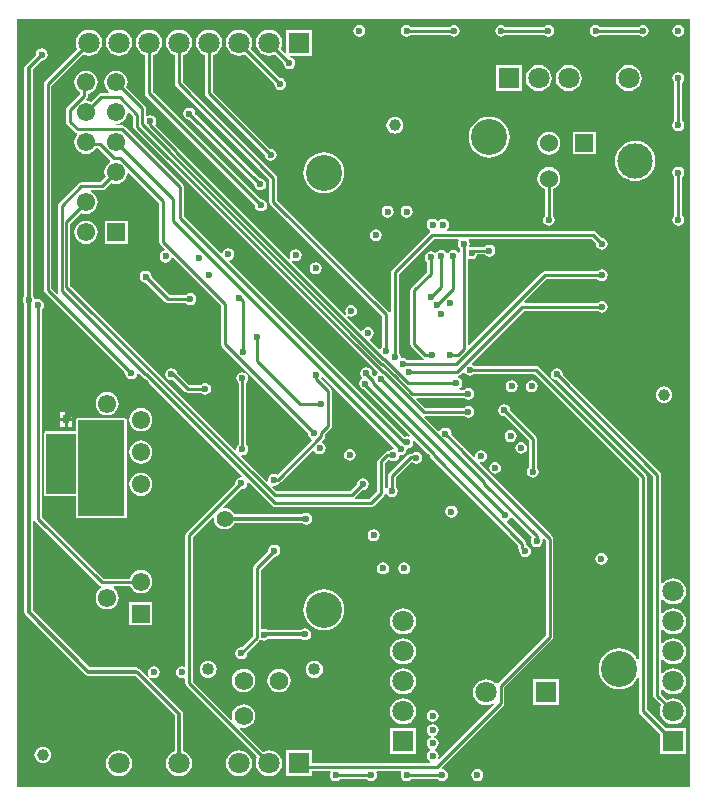
<source format=gbl>
G04*
G04 #@! TF.GenerationSoftware,Altium Limited,Altium Designer,20.2.6 (244)*
G04*
G04 Layer_Physical_Order=4*
G04 Layer_Color=16711680*
%FSLAX44Y44*%
%MOMM*%
G71*
G04*
G04 #@! TF.SameCoordinates,C4BD39D4-7D46-4A15-92C5-5DF00FED93ED*
G04*
G04*
G04 #@! TF.FilePolarity,Positive*
G04*
G01*
G75*
%ADD11C,0.2500*%
%ADD15R,0.9000X0.9000*%
%ADD18R,0.5000X0.8000*%
%ADD28C,1.0000*%
%ADD46R,1.5700X1.5700*%
%ADD47C,1.5700*%
%ADD48C,1.0200*%
%ADD57C,0.3000*%
%ADD58C,0.5000*%
%ADD59C,1.5500*%
%ADD60R,1.5500X1.5500*%
%ADD61C,3.5500*%
%ADD62C,1.8000*%
%ADD63R,1.8000X1.8000*%
%ADD64R,1.8000X1.8000*%
%ADD65C,3.0480*%
%ADD66C,1.5300*%
%ADD67R,1.5300X1.5300*%
%ADD68C,3.0000*%
%ADD69C,0.6000*%
%ADD70C,1.4000*%
G36*
X570000Y0D02*
X0D01*
Y650000D01*
X570000D01*
Y0D01*
D02*
G37*
%LPC*%
G36*
X530000Y645098D02*
X528049Y644710D01*
X526395Y643605D01*
X526201Y643314D01*
X493799D01*
X493605Y643605D01*
X491951Y644710D01*
X490000Y645098D01*
X488049Y644710D01*
X486395Y643605D01*
X485290Y641951D01*
X484902Y640000D01*
X485290Y638049D01*
X486395Y636395D01*
X488049Y635290D01*
X490000Y634902D01*
X491951Y635290D01*
X493605Y636395D01*
X493799Y636686D01*
X526201D01*
X526395Y636395D01*
X528049Y635290D01*
X530000Y634902D01*
X531951Y635290D01*
X533605Y636395D01*
X534710Y638049D01*
X535098Y640000D01*
X534710Y641951D01*
X533605Y643605D01*
X531951Y644710D01*
X530000Y645098D01*
D02*
G37*
G36*
X450000D02*
X448049Y644710D01*
X446395Y643605D01*
X446201Y643314D01*
X413799D01*
X413605Y643605D01*
X411951Y644710D01*
X410000Y645098D01*
X408049Y644710D01*
X406395Y643605D01*
X405290Y641951D01*
X404902Y640000D01*
X405290Y638049D01*
X406395Y636395D01*
X408049Y635290D01*
X410000Y634902D01*
X411951Y635290D01*
X413605Y636395D01*
X413799Y636686D01*
X446201D01*
X446395Y636395D01*
X448049Y635290D01*
X450000Y634902D01*
X451951Y635290D01*
X453605Y636395D01*
X454710Y638049D01*
X455098Y640000D01*
X454710Y641951D01*
X453605Y643605D01*
X451951Y644710D01*
X450000Y645098D01*
D02*
G37*
G36*
X370000D02*
X368049Y644710D01*
X366395Y643605D01*
X366201Y643314D01*
X333799D01*
X333605Y643605D01*
X331951Y644710D01*
X330000Y645098D01*
X328049Y644710D01*
X326395Y643605D01*
X325290Y641951D01*
X324902Y640000D01*
X325290Y638049D01*
X326395Y636395D01*
X328049Y635290D01*
X330000Y634902D01*
X331951Y635290D01*
X333605Y636395D01*
X333799Y636686D01*
X366201D01*
X366395Y636395D01*
X368049Y635290D01*
X370000Y634902D01*
X371951Y635290D01*
X373605Y636395D01*
X374710Y638049D01*
X375098Y640000D01*
X374710Y641951D01*
X373605Y643605D01*
X371951Y644710D01*
X370000Y645098D01*
D02*
G37*
G36*
X560000D02*
X558049Y644710D01*
X556395Y643605D01*
X555290Y641951D01*
X554902Y640000D01*
X555290Y638049D01*
X556395Y636395D01*
X558049Y635290D01*
X560000Y634902D01*
X561951Y635290D01*
X563605Y636395D01*
X564710Y638049D01*
X565098Y640000D01*
X564710Y641951D01*
X563605Y643605D01*
X561951Y644710D01*
X560000Y645098D01*
D02*
G37*
G36*
X290000D02*
X288049Y644710D01*
X286395Y643605D01*
X285290Y641951D01*
X284902Y640000D01*
X285290Y638049D01*
X286395Y636395D01*
X288049Y635290D01*
X290000Y634902D01*
X291951Y635290D01*
X293605Y636395D01*
X294710Y638049D01*
X295098Y640000D01*
X294710Y641951D01*
X293605Y643605D01*
X291951Y644710D01*
X290000Y645098D01*
D02*
G37*
G36*
X86497Y641095D02*
X83625Y640717D01*
X80949Y639608D01*
X78651Y637845D01*
X76888Y635547D01*
X75780Y632872D01*
X75402Y630000D01*
X75780Y627128D01*
X76888Y624453D01*
X78651Y622155D01*
X80949Y620392D01*
X83625Y619283D01*
X86497Y618905D01*
X89368Y619283D01*
X92044Y620392D01*
X94342Y622155D01*
X96105Y624453D01*
X97213Y627128D01*
X97591Y630000D01*
X97213Y632872D01*
X96105Y635547D01*
X94342Y637845D01*
X92044Y639608D01*
X89368Y640717D01*
X86497Y641095D01*
D02*
G37*
G36*
X137295Y641096D02*
X134424Y640718D01*
X131748Y639609D01*
X129450Y637846D01*
X127687Y635548D01*
X126579Y632872D01*
X126201Y630001D01*
X126579Y627129D01*
X127687Y624453D01*
X129450Y622156D01*
X131748Y620392D01*
X133846Y619523D01*
Y595630D01*
X134099Y594362D01*
X134817Y593287D01*
X213686Y514417D01*
Y495420D01*
X213939Y494152D01*
X214657Y493077D01*
X309106Y398627D01*
Y372148D01*
X308259Y370880D01*
X306869Y370474D01*
X299034Y378309D01*
X299440Y379699D01*
X300853Y380643D01*
X301958Y382297D01*
X302346Y384248D01*
X301958Y386199D01*
X300853Y387853D01*
X299199Y388958D01*
X297248Y389346D01*
X295297Y388958D01*
X293643Y387853D01*
X292699Y386440D01*
X291309Y386034D01*
X279637Y397706D01*
X280446Y398693D01*
X281049Y398290D01*
X283000Y397902D01*
X284951Y398290D01*
X286605Y399395D01*
X287710Y401049D01*
X288098Y403000D01*
X287710Y404951D01*
X286605Y406605D01*
X284951Y407710D01*
X283000Y408098D01*
X281049Y407710D01*
X279395Y406605D01*
X278290Y404951D01*
X277902Y403000D01*
X278290Y401049D01*
X278693Y400446D01*
X277707Y399637D01*
X232637Y444706D01*
X233446Y445693D01*
X234049Y445290D01*
X236000Y444902D01*
X237951Y445290D01*
X239605Y446395D01*
X240710Y448049D01*
X241098Y450000D01*
X240710Y451951D01*
X239605Y453605D01*
X237951Y454710D01*
X236000Y455098D01*
X234049Y454710D01*
X232395Y453605D01*
X231290Y451951D01*
X230902Y450000D01*
X231290Y448049D01*
X231693Y447446D01*
X230707Y446637D01*
X138098Y539245D01*
X137407Y540279D01*
X117080Y560606D01*
X117710Y561549D01*
X118098Y563500D01*
X117710Y565451D01*
X116605Y567105D01*
X114951Y568210D01*
X113000Y568598D01*
X111049Y568210D01*
X110584Y567899D01*
X109314Y568578D01*
Y574400D01*
X109061Y575668D01*
X108343Y576743D01*
X92835Y592251D01*
X93499Y593855D01*
X93834Y596400D01*
X93499Y598945D01*
X92517Y601317D01*
X90954Y603354D01*
X88917Y604917D01*
X86545Y605899D01*
X84000Y606234D01*
X81455Y605899D01*
X79083Y604917D01*
X77046Y603354D01*
X75483Y601317D01*
X74501Y598945D01*
X74166Y596400D01*
X74501Y593855D01*
X75483Y591483D01*
X77046Y589446D01*
X78170Y588584D01*
X77739Y587314D01*
X71600D01*
X70332Y587061D01*
X69257Y586343D01*
X62749Y579835D01*
X61145Y580499D01*
X59272Y580746D01*
X58816Y582087D01*
X59287Y582557D01*
X60005Y583632D01*
X60257Y584900D01*
Y586784D01*
X61145Y586901D01*
X63517Y587883D01*
X65554Y589446D01*
X67117Y591483D01*
X68099Y593855D01*
X68434Y596400D01*
X68099Y598945D01*
X67117Y601317D01*
X65554Y603354D01*
X63517Y604917D01*
X61145Y605899D01*
X58600Y606234D01*
X56055Y605899D01*
X53683Y604917D01*
X51646Y603354D01*
X50083Y601317D01*
X49101Y598945D01*
X48766Y596400D01*
X49101Y593855D01*
X50083Y591483D01*
X51646Y589446D01*
X53630Y587924D01*
Y586273D01*
X42657Y575299D01*
X41939Y574224D01*
X41686Y572956D01*
Y563000D01*
X41939Y561732D01*
X42657Y560657D01*
X49057Y554257D01*
X50132Y553539D01*
X50781Y553409D01*
X51271Y552064D01*
X50083Y550517D01*
X49101Y548145D01*
X48766Y545600D01*
X49101Y543055D01*
X50083Y540683D01*
X51646Y538646D01*
X53683Y537083D01*
X56055Y536101D01*
X58600Y535766D01*
X61145Y536101D01*
X63517Y537083D01*
X65554Y538646D01*
X67076Y540630D01*
X68727D01*
X79212Y530145D01*
X79092Y528817D01*
X79066Y528762D01*
X78974Y528633D01*
X77046Y527154D01*
X75483Y525117D01*
X74501Y522745D01*
X74166Y520200D01*
X74501Y517655D01*
X75165Y516051D01*
X70784Y511670D01*
X54356D01*
X53088Y511418D01*
X52013Y510699D01*
X35657Y494343D01*
X34939Y493268D01*
X34686Y492000D01*
Y420000D01*
X34939Y418732D01*
X35319Y418162D01*
X34333Y417352D01*
X29314Y422372D01*
Y593531D01*
X55991Y620208D01*
X58225Y619283D01*
X61097Y618905D01*
X63968Y619283D01*
X66644Y620392D01*
X68942Y622155D01*
X70705Y624453D01*
X71814Y627128D01*
X72192Y630000D01*
X71814Y632872D01*
X70705Y635547D01*
X68942Y637845D01*
X66644Y639608D01*
X63968Y640717D01*
X61097Y641095D01*
X58225Y640717D01*
X55549Y639608D01*
X53251Y637845D01*
X51488Y635547D01*
X50380Y632872D01*
X50002Y630000D01*
X50380Y627128D01*
X51305Y624895D01*
X23657Y597247D01*
X22939Y596171D01*
X22686Y594903D01*
Y420999D01*
X22939Y419731D01*
X23657Y418656D01*
X91970Y350343D01*
X91902Y349999D01*
X92290Y348048D01*
X93395Y346395D01*
X95049Y345289D01*
X97000Y344901D01*
X98951Y345289D01*
X100605Y346395D01*
X101710Y348048D01*
X102002Y349516D01*
X103289Y350025D01*
X106457Y346857D01*
X107532Y346139D01*
X107933Y346059D01*
X113579Y340413D01*
X113579Y340413D01*
X190748Y263244D01*
X190122Y262074D01*
X190000Y262098D01*
X188049Y261710D01*
X186395Y260605D01*
X185290Y258951D01*
X184902Y257000D01*
X184970Y256657D01*
X143657Y215343D01*
X142939Y214268D01*
X142686Y213000D01*
Y102463D01*
X141416Y101767D01*
X139750Y102098D01*
X137799Y101710D01*
X136145Y100605D01*
X135040Y98951D01*
X134652Y97000D01*
X135040Y95049D01*
X136145Y93395D01*
X137799Y92290D01*
X139750Y91902D01*
X141416Y92233D01*
X142686Y91537D01*
Y87496D01*
X142939Y86228D01*
X143657Y85153D01*
X203706Y25104D01*
X202780Y22871D01*
X202402Y19999D01*
X202780Y17128D01*
X203889Y14452D01*
X205652Y12154D01*
X207950Y10391D01*
X210625Y9282D01*
X213497Y8904D01*
X216369Y9282D01*
X219044Y10391D01*
X221342Y12154D01*
X223106Y14452D01*
X224214Y17128D01*
X224592Y19999D01*
X224214Y22871D01*
X223106Y25547D01*
X221342Y27845D01*
X219044Y29608D01*
X216369Y30716D01*
X213497Y31094D01*
X210625Y30716D01*
X208392Y29791D01*
X188952Y49230D01*
X189282Y50044D01*
X189597Y50381D01*
X192000Y50065D01*
X194571Y50404D01*
X196968Y51396D01*
X199025Y52975D01*
X200604Y55033D01*
X201596Y57429D01*
X201935Y60000D01*
X201596Y62571D01*
X200604Y64967D01*
X199025Y67025D01*
X196968Y68604D01*
X194571Y69597D01*
X192000Y69935D01*
X189429Y69597D01*
X187033Y68604D01*
X184975Y67025D01*
X183396Y64967D01*
X182404Y62571D01*
X182065Y60000D01*
X182381Y57597D01*
X182044Y57283D01*
X181230Y56952D01*
X149314Y88869D01*
Y211627D01*
X165786Y228100D01*
X166989Y227507D01*
X166922Y227000D01*
X167232Y224650D01*
X168139Y222461D01*
X169581Y220581D01*
X171461Y219139D01*
X173650Y218232D01*
X176000Y217922D01*
X178349Y218232D01*
X180539Y219139D01*
X182419Y220581D01*
X183862Y222461D01*
X184263Y223431D01*
X241371D01*
X241395Y223395D01*
X243049Y222290D01*
X245000Y221902D01*
X246951Y222290D01*
X248605Y223395D01*
X249710Y225049D01*
X250098Y227000D01*
X249710Y228951D01*
X248605Y230605D01*
X246951Y231710D01*
X245000Y232098D01*
X243049Y231710D01*
X241395Y230605D01*
X241371Y230569D01*
X184263D01*
X183862Y231539D01*
X182419Y233419D01*
X180539Y234862D01*
X178349Y235768D01*
X176000Y236078D01*
X175493Y236011D01*
X174900Y237214D01*
X189657Y251970D01*
X190000Y251902D01*
X191951Y252290D01*
X193605Y253395D01*
X194710Y255049D01*
X195098Y257000D01*
X195074Y257122D01*
X196244Y257748D01*
X216305Y237687D01*
X217380Y236969D01*
X218648Y236716D01*
X299720D01*
X300988Y236969D01*
X302063Y237687D01*
X310953Y246577D01*
X311671Y247652D01*
X311691Y247750D01*
X313016Y247901D01*
X313895Y246585D01*
X315549Y245480D01*
X317500Y245092D01*
X319451Y245480D01*
X321105Y246585D01*
X322210Y248239D01*
X322598Y250190D01*
X322210Y252141D01*
X321105Y253795D01*
X320814Y253989D01*
Y261676D01*
X334085Y274947D01*
X334616Y274895D01*
X336270Y273790D01*
X338221Y273402D01*
X340172Y273790D01*
X341825Y274895D01*
X342930Y276549D01*
X343318Y278500D01*
X342930Y280451D01*
X341825Y282105D01*
X340172Y283210D01*
X338221Y283598D01*
X336270Y283210D01*
X334721Y282175D01*
X333313D01*
X332045Y281923D01*
X330970Y281205D01*
X315157Y265391D01*
X314439Y264316D01*
X314186Y263048D01*
Y253989D01*
X313895Y253795D01*
X313194Y252745D01*
X311924Y253130D01*
Y274217D01*
X314807Y277101D01*
X315165Y277065D01*
X316819Y275960D01*
X318770Y275572D01*
X320721Y275960D01*
X322375Y277065D01*
X323480Y278719D01*
X323667Y279662D01*
X325062Y280679D01*
X325199Y280652D01*
X327150Y281040D01*
X328804Y282145D01*
X329909Y283799D01*
X330297Y285750D01*
X331411Y286663D01*
X332598Y286899D01*
X334252Y288004D01*
X335357Y289658D01*
X335745Y291609D01*
X335496Y292859D01*
X336666Y293485D01*
X350046Y280105D01*
X350188Y279394D01*
X350906Y278319D01*
X424686Y204539D01*
Y202000D01*
X424939Y200732D01*
X425362Y200098D01*
X425270Y199633D01*
X425658Y197682D01*
X426763Y196028D01*
X428416Y194923D01*
X430367Y194535D01*
X432318Y194923D01*
X433972Y196028D01*
X435077Y197682D01*
X435465Y199633D01*
X435077Y201583D01*
X433972Y203237D01*
X432318Y204342D01*
X431314Y204542D01*
Y205911D01*
X431061Y207179D01*
X430343Y208254D01*
X414786Y223811D01*
X415192Y225201D01*
X416605Y226145D01*
X417710Y227799D01*
X417747Y227983D01*
X418962Y228352D01*
X436120Y211193D01*
X435290Y209951D01*
X434902Y208000D01*
X435290Y206049D01*
X436395Y204395D01*
X438049Y203290D01*
X440000Y202902D01*
X441951Y203290D01*
X443605Y204395D01*
X444710Y206049D01*
X445098Y208000D01*
X444983Y208576D01*
X446005Y209952D01*
X446330Y209984D01*
X447686Y208627D01*
Y128373D01*
X407207Y87893D01*
X406975Y87547D01*
X405424Y87482D01*
X405145Y87845D01*
X402848Y89608D01*
X400172Y90717D01*
X397300Y91095D01*
X394428Y90717D01*
X391753Y89608D01*
X389455Y87845D01*
X387691Y85547D01*
X386583Y82872D01*
X386205Y80000D01*
X386583Y77128D01*
X387691Y74453D01*
X389455Y72155D01*
X391753Y70392D01*
X394428Y69283D01*
X397300Y68905D01*
X400172Y69283D01*
X402848Y70392D01*
X403113Y70595D01*
X403952Y69638D01*
X357483Y23169D01*
X356496Y23979D01*
X356710Y24298D01*
X357098Y26249D01*
X356710Y28200D01*
X355605Y29854D01*
X353951Y30959D01*
X353860Y30977D01*
Y32272D01*
X353951Y32290D01*
X355605Y33395D01*
X356710Y35049D01*
X357098Y37000D01*
X356710Y38951D01*
X355605Y40605D01*
X353951Y41710D01*
X353234Y41853D01*
Y43147D01*
X353951Y43290D01*
X355605Y44395D01*
X356710Y46049D01*
X357098Y48000D01*
X356710Y49951D01*
X355605Y51605D01*
X353951Y52710D01*
X352000Y53098D01*
X350049Y52710D01*
X348395Y51605D01*
X347290Y49951D01*
X346902Y48000D01*
X347290Y46049D01*
X348395Y44395D01*
X350049Y43290D01*
X350766Y43147D01*
Y41853D01*
X350049Y41710D01*
X348395Y40605D01*
X347290Y38951D01*
X346902Y37000D01*
X347290Y35049D01*
X348395Y33395D01*
X350049Y32290D01*
X350140Y32272D01*
Y30977D01*
X350049Y30959D01*
X348395Y29854D01*
X347290Y28200D01*
X346902Y26249D01*
X347290Y24298D01*
X348395Y22644D01*
X349983Y21584D01*
X349999Y21490D01*
X349461Y20314D01*
X249897D01*
Y30999D01*
X227897D01*
Y8999D01*
X249897D01*
Y13686D01*
X264922D01*
X265601Y12416D01*
X265290Y11951D01*
X264902Y10000D01*
X265290Y8049D01*
X266395Y6395D01*
X268049Y5290D01*
X270000Y4902D01*
X271951Y5290D01*
X273605Y6395D01*
X273799Y6686D01*
X296201D01*
X296395Y6395D01*
X298049Y5290D01*
X300000Y4902D01*
X301951Y5290D01*
X303605Y6395D01*
X304710Y8049D01*
X305098Y10000D01*
X304710Y11951D01*
X304399Y12416D01*
X305078Y13686D01*
X324922D01*
X325601Y12416D01*
X325290Y11951D01*
X324902Y10000D01*
X325290Y8049D01*
X326395Y6395D01*
X328049Y5290D01*
X330000Y4902D01*
X331951Y5290D01*
X333605Y6395D01*
X333799Y6686D01*
X356201D01*
X356395Y6395D01*
X358049Y5290D01*
X360000Y4902D01*
X361951Y5290D01*
X363605Y6395D01*
X364710Y8049D01*
X365098Y10000D01*
X364710Y11951D01*
X363605Y13605D01*
X361951Y14710D01*
X360484Y15002D01*
X359976Y16289D01*
X411893Y68207D01*
X412611Y69282D01*
X412864Y70550D01*
Y84177D01*
X453343Y124657D01*
X454061Y125732D01*
X454314Y127000D01*
Y210000D01*
X454061Y211268D01*
X453343Y212343D01*
X391850Y273836D01*
X392476Y275006D01*
X393000Y274902D01*
X394951Y275290D01*
X396605Y276395D01*
X397710Y278049D01*
X398098Y280000D01*
X397710Y281951D01*
X396605Y283605D01*
X394951Y284710D01*
X393000Y285098D01*
X391049Y284710D01*
X389395Y283605D01*
X388290Y281951D01*
X387902Y280000D01*
X388006Y279476D01*
X386836Y278850D01*
X380178Y285508D01*
X380059Y286108D01*
X379340Y287183D01*
X367948Y298575D01*
X368017Y298919D01*
X367629Y300870D01*
X366524Y302524D01*
X364870Y303629D01*
X362919Y304017D01*
X360968Y303629D01*
X359314Y302524D01*
X358370Y301111D01*
X356980Y300705D01*
X344769Y312916D01*
X345295Y314186D01*
X378471D01*
X378665Y313895D01*
X380319Y312790D01*
X382270Y312402D01*
X384221Y312790D01*
X385875Y313895D01*
X386980Y315549D01*
X387368Y317500D01*
X386980Y319451D01*
X385875Y321105D01*
X384221Y322210D01*
X382270Y322598D01*
X380319Y322210D01*
X378665Y321105D01*
X378471Y320814D01*
X345710D01*
X338271Y328253D01*
X338757Y329426D01*
X378471D01*
X378665Y329135D01*
X380319Y328030D01*
X382270Y327642D01*
X384221Y328030D01*
X385875Y329135D01*
X386980Y330789D01*
X387368Y332740D01*
X386980Y334691D01*
X385875Y336345D01*
X384221Y337450D01*
X382270Y337838D01*
X380319Y337450D01*
X378665Y336345D01*
X378471Y336054D01*
X375050D01*
X374665Y337324D01*
X375715Y338025D01*
X376820Y339679D01*
X377208Y341630D01*
X376820Y343581D01*
X375715Y345235D01*
X374061Y346340D01*
X373196Y346512D01*
Y347807D01*
X373858Y347939D01*
X374933Y348657D01*
X377593Y351316D01*
X378971Y350899D01*
X379935Y349455D01*
X381589Y348350D01*
X383540Y347962D01*
X385491Y348350D01*
X387145Y349455D01*
X387339Y349746D01*
X438047D01*
X526686Y261107D01*
Y108048D01*
X525416Y107730D01*
X524404Y109624D01*
X522249Y112249D01*
X519624Y114404D01*
X516629Y116005D01*
X513380Y116990D01*
X510000Y117323D01*
X506620Y116990D01*
X503371Y116005D01*
X500376Y114404D01*
X497751Y112249D01*
X495596Y109624D01*
X493995Y106629D01*
X493009Y103380D01*
X492677Y100000D01*
X493009Y96620D01*
X493995Y93371D01*
X495596Y90376D01*
X497751Y87751D01*
X500376Y85596D01*
X503371Y83995D01*
X506620Y83010D01*
X510000Y82677D01*
X513380Y83010D01*
X516629Y83995D01*
X519624Y85596D01*
X522249Y87751D01*
X524404Y90376D01*
X525416Y92270D01*
X526686Y91952D01*
Y64100D01*
X526939Y62832D01*
X527657Y61757D01*
X544601Y44813D01*
Y27500D01*
X566601D01*
Y49500D01*
X549287D01*
X533314Y65473D01*
Y262480D01*
X533061Y263748D01*
X532343Y264823D01*
X441763Y355403D01*
X440688Y356121D01*
X439420Y356374D01*
X387339D01*
X387145Y356665D01*
X385701Y357629D01*
X385284Y359007D01*
X429362Y403086D01*
X491501D01*
X491695Y402795D01*
X493349Y401690D01*
X495300Y401302D01*
X497251Y401690D01*
X498905Y402795D01*
X500010Y404449D01*
X500398Y406400D01*
X500010Y408351D01*
X498905Y410005D01*
X497251Y411110D01*
X495300Y411498D01*
X493349Y411110D01*
X491695Y410005D01*
X491501Y409714D01*
X430029D01*
X429543Y410887D01*
X448413Y429756D01*
X491501D01*
X491695Y429465D01*
X493349Y428360D01*
X495300Y427972D01*
X497251Y428360D01*
X498905Y429465D01*
X500010Y431119D01*
X500398Y433070D01*
X500010Y435021D01*
X498905Y436675D01*
X497251Y437780D01*
X495300Y438168D01*
X493349Y437780D01*
X491695Y436675D01*
X491501Y436384D01*
X447040D01*
X445772Y436131D01*
X444697Y435413D01*
X382947Y373663D01*
X381774Y374149D01*
Y446795D01*
X382894Y447394D01*
X383049Y447290D01*
X385000Y446902D01*
X386951Y447290D01*
X388605Y448395D01*
X389710Y450049D01*
X389837Y450686D01*
X396201D01*
X396395Y450395D01*
X398049Y449290D01*
X400000Y448902D01*
X401951Y449290D01*
X403605Y450395D01*
X404710Y452049D01*
X405098Y454000D01*
X404710Y455951D01*
X403605Y457605D01*
X401951Y458710D01*
X400000Y459098D01*
X398049Y458710D01*
X396395Y457605D01*
X396201Y457314D01*
X387677D01*
X386408Y457061D01*
X386127Y456874D01*
X385000Y457098D01*
X384118Y456923D01*
X383727Y457280D01*
X383220Y458039D01*
X383558Y459740D01*
X383170Y461691D01*
X382445Y462776D01*
X383124Y464046D01*
X486307D01*
X490270Y460083D01*
X490202Y459740D01*
X490590Y457789D01*
X491695Y456135D01*
X493349Y455030D01*
X495300Y454642D01*
X497251Y455030D01*
X498905Y456135D01*
X500010Y457789D01*
X500398Y459740D01*
X500010Y461691D01*
X498905Y463345D01*
X497251Y464450D01*
X495300Y464838D01*
X494957Y464770D01*
X490023Y469703D01*
X488948Y470421D01*
X487680Y470674D01*
X364314D01*
X363929Y471944D01*
X364605Y472395D01*
X365710Y474049D01*
X366098Y476000D01*
X365710Y477951D01*
X364605Y479605D01*
X362951Y480710D01*
X361000Y481098D01*
X359049Y480710D01*
X357395Y479605D01*
X357135Y479215D01*
X355865D01*
X355605Y479605D01*
X353951Y480710D01*
X352000Y481098D01*
X350049Y480710D01*
X348395Y479605D01*
X347290Y477951D01*
X346902Y476000D01*
X347290Y474049D01*
X348395Y472395D01*
X349793Y471461D01*
X349968Y470478D01*
X349922Y470020D01*
X349447Y469703D01*
X317656Y437912D01*
X316938Y436838D01*
X316686Y435569D01*
Y402147D01*
X316484Y402011D01*
X314763Y402343D01*
X220314Y496792D01*
Y515790D01*
X220061Y517058D01*
X219343Y518133D01*
X140474Y597002D01*
Y619411D01*
X142843Y620392D01*
X145141Y622156D01*
X146904Y624453D01*
X148012Y627129D01*
X148390Y630001D01*
X148012Y632872D01*
X146904Y635548D01*
X145141Y637846D01*
X142843Y639609D01*
X140167Y640718D01*
X137295Y641096D01*
D02*
G37*
G36*
X21000Y625098D02*
X19049Y624710D01*
X17395Y623605D01*
X16290Y621951D01*
X15902Y620000D01*
X15911Y619957D01*
X7477Y611523D01*
X6703Y610366D01*
X6431Y609000D01*
Y415629D01*
X6395Y415605D01*
X5290Y413951D01*
X4902Y412000D01*
X5290Y410049D01*
X6395Y408395D01*
X6431Y408371D01*
Y148000D01*
X6703Y146634D01*
X7477Y145477D01*
X57902Y95052D01*
X59059Y94278D01*
X60425Y94006D01*
X99678D01*
X99683Y94002D01*
X100492Y93461D01*
X133727Y60226D01*
Y30429D01*
X131748Y29609D01*
X129450Y27846D01*
X127687Y25548D01*
X126579Y22872D01*
X126201Y20001D01*
X126579Y17129D01*
X127687Y14453D01*
X129450Y12156D01*
X131748Y10392D01*
X134424Y9284D01*
X137295Y8906D01*
X140167Y9284D01*
X142843Y10392D01*
X145141Y12156D01*
X146904Y14453D01*
X148012Y17129D01*
X148390Y20001D01*
X148012Y22872D01*
X146904Y25548D01*
X145141Y27846D01*
X142843Y29609D01*
X140864Y30429D01*
Y61705D01*
X140592Y63070D01*
X139819Y64228D01*
X111743Y92303D01*
X112553Y93290D01*
X114049Y92290D01*
X116000Y91902D01*
X117951Y92290D01*
X119605Y93395D01*
X120710Y95049D01*
X121098Y97000D01*
X120710Y98951D01*
X119605Y100605D01*
X117951Y101710D01*
X116000Y102098D01*
X114049Y101710D01*
X112395Y100605D01*
X111290Y98951D01*
X110902Y97000D01*
X111290Y95049D01*
X112290Y93553D01*
X111303Y92744D01*
X104998Y99048D01*
X104189Y99589D01*
X103680Y100098D01*
X102522Y100872D01*
X101157Y101144D01*
X61903D01*
X13569Y149478D01*
Y226110D01*
X14839Y226235D01*
X14939Y225732D01*
X15657Y224657D01*
X69657Y170657D01*
X70732Y169939D01*
X71236Y169838D01*
X71458Y169104D01*
X71453Y168500D01*
X69568Y167054D01*
X68005Y165017D01*
X67023Y162645D01*
X66688Y160100D01*
X67023Y157555D01*
X68005Y155183D01*
X69568Y153146D01*
X71605Y151583D01*
X73977Y150601D01*
X76522Y150266D01*
X79067Y150601D01*
X81439Y151583D01*
X83476Y153146D01*
X85039Y155183D01*
X86021Y157555D01*
X86356Y160100D01*
X86021Y162645D01*
X85039Y165017D01*
X83476Y167054D01*
X81700Y168416D01*
X81948Y169540D01*
X82029Y169686D01*
X96073D01*
X96405Y168883D01*
X97968Y166846D01*
X100005Y165283D01*
X102377Y164301D01*
X104922Y163966D01*
X107467Y164301D01*
X109839Y165283D01*
X111876Y166846D01*
X113439Y168883D01*
X114421Y171255D01*
X114756Y173800D01*
X114421Y176345D01*
X113439Y178717D01*
X111876Y180754D01*
X109839Y182317D01*
X107467Y183299D01*
X104922Y183634D01*
X102377Y183299D01*
X100005Y182317D01*
X97968Y180754D01*
X96405Y178717D01*
X95423Y176345D01*
X95419Y176314D01*
X73373D01*
X21314Y228373D01*
Y404201D01*
X21605Y404395D01*
X22710Y406049D01*
X23098Y408000D01*
X22710Y409951D01*
X21605Y411605D01*
X19951Y412710D01*
X18000Y413098D01*
X16049Y412710D01*
X16035Y412701D01*
X14862Y413187D01*
X14710Y413951D01*
X13605Y415605D01*
X13569Y415629D01*
Y607522D01*
X20957Y614911D01*
X21000Y614902D01*
X22951Y615290D01*
X24605Y616395D01*
X25710Y618049D01*
X26098Y620000D01*
X25710Y621951D01*
X24605Y623605D01*
X22951Y624710D01*
X21000Y625098D01*
D02*
G37*
G36*
X213497Y641094D02*
X210625Y640716D01*
X207950Y639608D01*
X205652Y637845D01*
X203889Y635547D01*
X202780Y632871D01*
X202402Y629999D01*
X202780Y627128D01*
X203889Y624452D01*
X205652Y622154D01*
X207950Y620391D01*
X210625Y619282D01*
X213497Y618904D01*
X216369Y619282D01*
X218602Y620208D01*
X225718Y613092D01*
X225650Y612748D01*
X226038Y610797D01*
X227143Y609143D01*
X228797Y608038D01*
X230748Y607650D01*
X232699Y608038D01*
X234353Y609143D01*
X235458Y610797D01*
X235846Y612748D01*
X235458Y614699D01*
X234353Y616353D01*
X232699Y617458D01*
X231336Y617729D01*
X231461Y618999D01*
X249897D01*
Y640999D01*
X227897D01*
Y621945D01*
X226724Y621459D01*
X223289Y624894D01*
X224214Y627128D01*
X224592Y629999D01*
X224214Y632871D01*
X223106Y635547D01*
X221342Y637845D01*
X219044Y639608D01*
X216369Y640716D01*
X213497Y641094D01*
D02*
G37*
G36*
X188097D02*
X185226Y640716D01*
X182550Y639608D01*
X180252Y637845D01*
X178489Y635547D01*
X177380Y632871D01*
X177002Y629999D01*
X177380Y627128D01*
X178489Y624452D01*
X180252Y622154D01*
X182550Y620391D01*
X185226Y619282D01*
X188097Y618904D01*
X190969Y619282D01*
X193202Y620208D01*
X217986Y595424D01*
X217902Y595000D01*
X218290Y593049D01*
X219395Y591395D01*
X221049Y590290D01*
X223000Y589902D01*
X224951Y590290D01*
X226605Y591395D01*
X227710Y593049D01*
X228098Y595000D01*
X227710Y596951D01*
X226605Y598605D01*
X224951Y599710D01*
X223000Y600098D01*
X222737Y600046D01*
X197889Y624894D01*
X198814Y627128D01*
X199192Y629999D01*
X198814Y632871D01*
X197705Y635547D01*
X195942Y637845D01*
X193645Y639608D01*
X190969Y640716D01*
X188097Y641094D01*
D02*
G37*
G36*
X427500Y611001D02*
X405500D01*
Y589001D01*
X427500D01*
Y611001D01*
D02*
G37*
G36*
X467300Y611096D02*
X464428Y610718D01*
X461752Y609609D01*
X459454Y607846D01*
X457691Y605548D01*
X456583Y602872D01*
X456205Y600001D01*
X456583Y597129D01*
X457691Y594453D01*
X459454Y592155D01*
X461752Y590392D01*
X464428Y589284D01*
X467300Y588906D01*
X470171Y589284D01*
X472847Y590392D01*
X475145Y592155D01*
X476908Y594453D01*
X478016Y597129D01*
X478395Y600001D01*
X478016Y602872D01*
X476908Y605548D01*
X475145Y607846D01*
X472847Y609609D01*
X470171Y610718D01*
X467300Y611096D01*
D02*
G37*
G36*
X441900D02*
X439028Y610718D01*
X436352Y609609D01*
X434054Y607846D01*
X432291Y605548D01*
X431183Y602872D01*
X430805Y600001D01*
X431183Y597129D01*
X432291Y594453D01*
X434054Y592155D01*
X436352Y590392D01*
X439028Y589284D01*
X441900Y588906D01*
X444771Y589284D01*
X447447Y590392D01*
X449745Y592155D01*
X451508Y594453D01*
X452616Y597129D01*
X452994Y600001D01*
X452616Y602872D01*
X451508Y605548D01*
X449745Y607846D01*
X447447Y609609D01*
X444771Y610718D01*
X441900Y611096D01*
D02*
G37*
G36*
X518101Y611094D02*
X515230Y610716D01*
X512554Y609608D01*
X510256Y607845D01*
X508493Y605547D01*
X507384Y602871D01*
X507006Y599999D01*
X507384Y597128D01*
X508493Y594452D01*
X510256Y592154D01*
X512554Y590391D01*
X515230Y589282D01*
X518101Y588904D01*
X520973Y589282D01*
X523649Y590391D01*
X525947Y592154D01*
X527710Y594452D01*
X528818Y597128D01*
X529196Y599999D01*
X528818Y602871D01*
X527710Y605547D01*
X525947Y607845D01*
X523649Y609608D01*
X520973Y610716D01*
X518101Y611094D01*
D02*
G37*
G36*
X560000Y605098D02*
X558049Y604710D01*
X556395Y603605D01*
X555290Y601951D01*
X554902Y600000D01*
X555290Y598049D01*
X556395Y596395D01*
X556686Y596201D01*
Y563799D01*
X556395Y563605D01*
X555290Y561951D01*
X554902Y560000D01*
X555290Y558049D01*
X556395Y556395D01*
X558049Y555290D01*
X560000Y554902D01*
X561951Y555290D01*
X563605Y556395D01*
X564710Y558049D01*
X565098Y560000D01*
X564710Y561951D01*
X563605Y563605D01*
X563314Y563799D01*
Y596201D01*
X563605Y596395D01*
X564710Y598049D01*
X565098Y600000D01*
X564710Y601951D01*
X563605Y603605D01*
X561951Y604710D01*
X560000Y605098D01*
D02*
G37*
G36*
X320000Y567060D02*
X318173Y566820D01*
X316470Y566114D01*
X315007Y564992D01*
X313885Y563530D01*
X313180Y561827D01*
X312940Y560000D01*
X313180Y558173D01*
X313885Y556470D01*
X315007Y555008D01*
X316470Y553885D01*
X318173Y553180D01*
X320000Y552940D01*
X321827Y553180D01*
X323530Y553885D01*
X324992Y555008D01*
X326115Y556470D01*
X326820Y558173D01*
X327060Y560000D01*
X326820Y561827D01*
X326115Y563530D01*
X324992Y564992D01*
X323530Y566114D01*
X321827Y566820D01*
X320000Y567060D01*
D02*
G37*
G36*
X490050Y554650D02*
X470750D01*
Y535350D01*
X490050D01*
Y554650D01*
D02*
G37*
G36*
X450400Y554733D02*
X447881Y554402D01*
X445533Y553429D01*
X443517Y551883D01*
X441971Y549867D01*
X440998Y547519D01*
X440667Y545000D01*
X440998Y542481D01*
X441971Y540133D01*
X443517Y538118D01*
X445533Y536571D01*
X447881Y535598D01*
X450400Y535267D01*
X452919Y535598D01*
X455267Y536571D01*
X457282Y538118D01*
X458829Y540133D01*
X459802Y542481D01*
X460133Y545000D01*
X459802Y547519D01*
X458829Y549867D01*
X457282Y551883D01*
X455267Y553429D01*
X452919Y554402D01*
X450400Y554733D01*
D02*
G37*
G36*
X400000Y567323D02*
X396620Y566991D01*
X393371Y566005D01*
X390376Y564404D01*
X387751Y562249D01*
X385596Y559624D01*
X383995Y556629D01*
X383009Y553380D01*
X382677Y550000D01*
X383009Y546620D01*
X383995Y543371D01*
X385596Y540376D01*
X387751Y537751D01*
X390376Y535596D01*
X393371Y533995D01*
X396620Y533009D01*
X400000Y532677D01*
X403380Y533009D01*
X406629Y533995D01*
X409624Y535596D01*
X412249Y537751D01*
X414404Y540376D01*
X416005Y543371D01*
X416991Y546620D01*
X417323Y550000D01*
X416991Y553380D01*
X416005Y556629D01*
X414404Y559624D01*
X412249Y562249D01*
X409624Y564404D01*
X406629Y566005D01*
X403380Y566991D01*
X400000Y567323D01*
D02*
G37*
G36*
X162697Y641094D02*
X159825Y640716D01*
X157150Y639608D01*
X154852Y637845D01*
X153089Y635547D01*
X151980Y632871D01*
X151602Y629999D01*
X151980Y627128D01*
X153089Y624452D01*
X154852Y622154D01*
X157150Y620391D01*
X159383Y619465D01*
Y587303D01*
X159636Y586035D01*
X160354Y584960D01*
X209970Y535343D01*
X209902Y535000D01*
X210290Y533049D01*
X211395Y531395D01*
X213049Y530290D01*
X215000Y529902D01*
X216951Y530290D01*
X218605Y531395D01*
X219710Y533049D01*
X220098Y535000D01*
X219710Y536951D01*
X218605Y538605D01*
X216951Y539710D01*
X215000Y540098D01*
X214657Y540030D01*
X166011Y588675D01*
Y619465D01*
X168244Y620391D01*
X170542Y622154D01*
X172306Y624452D01*
X173414Y627128D01*
X173792Y629999D01*
X173414Y632871D01*
X172306Y635547D01*
X170542Y637845D01*
X168244Y639608D01*
X165569Y640716D01*
X162697Y641094D01*
D02*
G37*
G36*
X523600Y547082D02*
X520267Y546754D01*
X517063Y545782D01*
X514110Y544203D01*
X511521Y542079D01*
X509397Y539490D01*
X507818Y536537D01*
X506846Y533333D01*
X506518Y530000D01*
X506846Y526668D01*
X507818Y523463D01*
X509397Y520510D01*
X511521Y517921D01*
X514110Y515797D01*
X517063Y514218D01*
X520267Y513246D01*
X523600Y512918D01*
X526933Y513246D01*
X530137Y514218D01*
X533090Y515797D01*
X535679Y517921D01*
X537803Y520510D01*
X539382Y523463D01*
X540354Y526668D01*
X540682Y530000D01*
X540354Y533333D01*
X539382Y536537D01*
X537803Y539490D01*
X535679Y542079D01*
X533090Y544203D01*
X530137Y545782D01*
X526933Y546754D01*
X523600Y547082D01*
D02*
G37*
G36*
X146000Y575098D02*
X144049Y574710D01*
X142395Y573605D01*
X141290Y571951D01*
X140902Y570000D01*
X141290Y568049D01*
X142395Y566395D01*
X144049Y565290D01*
X146000Y564902D01*
X146343Y564970D01*
X200970Y510344D01*
X200902Y510000D01*
X201290Y508049D01*
X202395Y506395D01*
X204049Y505290D01*
X206000Y504902D01*
X207951Y505290D01*
X209605Y506395D01*
X210710Y508049D01*
X211098Y510000D01*
X210710Y511951D01*
X209605Y513605D01*
X207951Y514710D01*
X206000Y515098D01*
X205657Y515030D01*
X151030Y569657D01*
X151098Y570000D01*
X150710Y571951D01*
X149605Y573605D01*
X147951Y574710D01*
X146000Y575098D01*
D02*
G37*
G36*
X260000Y537323D02*
X256620Y536991D01*
X253371Y536005D01*
X250376Y534404D01*
X247750Y532249D01*
X245596Y529624D01*
X243995Y526629D01*
X243009Y523380D01*
X242677Y520000D01*
X243009Y516620D01*
X243995Y513371D01*
X245596Y510376D01*
X247750Y507751D01*
X250376Y505596D01*
X253371Y503995D01*
X256620Y503009D01*
X260000Y502677D01*
X263380Y503009D01*
X266629Y503995D01*
X269624Y505596D01*
X272250Y507751D01*
X274404Y510376D01*
X276005Y513371D01*
X276991Y516620D01*
X277323Y520000D01*
X276991Y523380D01*
X276005Y526629D01*
X274404Y529624D01*
X272250Y532249D01*
X269624Y534404D01*
X266629Y536005D01*
X263380Y536991D01*
X260000Y537323D01*
D02*
G37*
G36*
X111896Y641095D02*
X109025Y640717D01*
X106349Y639608D01*
X104051Y637845D01*
X102288Y635547D01*
X101179Y632872D01*
X100801Y630000D01*
X101179Y627128D01*
X102288Y624453D01*
X104051Y622155D01*
X106349Y620392D01*
X108583Y619466D01*
Y587104D01*
X108835Y585836D01*
X109553Y584761D01*
X201730Y492584D01*
X201661Y492241D01*
X202050Y490290D01*
X203155Y488636D01*
X204809Y487531D01*
X206759Y487143D01*
X208710Y487531D01*
X210364Y488636D01*
X211469Y490290D01*
X211857Y492241D01*
X211469Y494192D01*
X210364Y495845D01*
X208710Y496951D01*
X206759Y497339D01*
X206416Y497270D01*
X115210Y588476D01*
Y619466D01*
X117444Y620392D01*
X119741Y622155D01*
X121505Y624453D01*
X122613Y627128D01*
X122991Y630000D01*
X122613Y632872D01*
X121505Y635547D01*
X119741Y637845D01*
X117444Y639608D01*
X114768Y640717D01*
X111896Y641095D01*
D02*
G37*
G36*
X330000Y492098D02*
X328049Y491710D01*
X326395Y490605D01*
X325290Y488951D01*
X324902Y487000D01*
X325290Y485049D01*
X326395Y483395D01*
X328049Y482290D01*
X330000Y481902D01*
X331951Y482290D01*
X333605Y483395D01*
X334710Y485049D01*
X335098Y487000D01*
X334710Y488951D01*
X333605Y490605D01*
X331951Y491710D01*
X330000Y492098D01*
D02*
G37*
G36*
X314000D02*
X312049Y491710D01*
X310395Y490605D01*
X309290Y488951D01*
X308902Y487000D01*
X309290Y485049D01*
X310395Y483395D01*
X312049Y482290D01*
X314000Y481902D01*
X315951Y482290D01*
X317605Y483395D01*
X318710Y485049D01*
X319098Y487000D01*
X318710Y488951D01*
X317605Y490605D01*
X315951Y491710D01*
X314000Y492098D01*
D02*
G37*
G36*
X560000Y525098D02*
X558049Y524710D01*
X556395Y523605D01*
X555290Y521951D01*
X554902Y520000D01*
X555290Y518049D01*
X556395Y516395D01*
X556686Y516201D01*
Y483799D01*
X556395Y483605D01*
X555290Y481951D01*
X554902Y480000D01*
X555290Y478049D01*
X556395Y476395D01*
X558049Y475290D01*
X560000Y474902D01*
X561951Y475290D01*
X563605Y476395D01*
X564710Y478049D01*
X565098Y480000D01*
X564710Y481951D01*
X563605Y483605D01*
X563314Y483799D01*
Y516201D01*
X563605Y516395D01*
X564710Y518049D01*
X565098Y520000D01*
X564710Y521951D01*
X563605Y523605D01*
X561951Y524710D01*
X560000Y525098D01*
D02*
G37*
G36*
X450400Y524733D02*
X447881Y524402D01*
X445533Y523429D01*
X443517Y521883D01*
X441971Y519867D01*
X440998Y517519D01*
X440667Y515000D01*
X440998Y512481D01*
X441971Y510133D01*
X443517Y508118D01*
X445533Y506571D01*
X447086Y505928D01*
Y483799D01*
X446795Y483605D01*
X445690Y481951D01*
X445302Y480000D01*
X445690Y478049D01*
X446795Y476395D01*
X448449Y475290D01*
X450400Y474902D01*
X452351Y475290D01*
X454005Y476395D01*
X455110Y478049D01*
X455498Y480000D01*
X455110Y481951D01*
X454005Y483605D01*
X453714Y483799D01*
Y505928D01*
X455267Y506571D01*
X457282Y508118D01*
X458829Y510133D01*
X459802Y512481D01*
X460133Y515000D01*
X459802Y517519D01*
X458829Y519867D01*
X457282Y521883D01*
X455267Y523429D01*
X452919Y524402D01*
X450400Y524733D01*
D02*
G37*
G36*
X304000Y472098D02*
X302049Y471710D01*
X300395Y470605D01*
X299290Y468951D01*
X298902Y467000D01*
X299290Y465049D01*
X300395Y463395D01*
X302049Y462290D01*
X304000Y461902D01*
X305951Y462290D01*
X307605Y463395D01*
X308710Y465049D01*
X309098Y467000D01*
X308710Y468951D01*
X307605Y470605D01*
X305951Y471710D01*
X304000Y472098D01*
D02*
G37*
G36*
X252999Y444097D02*
X251049Y443709D01*
X249395Y442604D01*
X248290Y440950D01*
X247901Y438999D01*
X248290Y437048D01*
X249395Y435394D01*
X251049Y434289D01*
X252999Y433901D01*
X254950Y434289D01*
X256604Y435394D01*
X257709Y437048D01*
X258097Y438999D01*
X257709Y440950D01*
X256604Y442604D01*
X254950Y443709D01*
X252999Y444097D01*
D02*
G37*
G36*
X436000Y344098D02*
X434049Y343710D01*
X432395Y342605D01*
X431290Y340951D01*
X430902Y339000D01*
X431290Y337049D01*
X432395Y335395D01*
X434049Y334290D01*
X436000Y333902D01*
X437951Y334290D01*
X439605Y335395D01*
X440710Y337049D01*
X441098Y339000D01*
X440710Y340951D01*
X439605Y342605D01*
X437951Y343710D01*
X436000Y344098D01*
D02*
G37*
G36*
X419000D02*
X417049Y343710D01*
X415395Y342605D01*
X414290Y340951D01*
X413902Y339000D01*
X414290Y337049D01*
X415395Y335395D01*
X417049Y334290D01*
X419000Y333902D01*
X420951Y334290D01*
X422605Y335395D01*
X423710Y337049D01*
X424098Y339000D01*
X423710Y340951D01*
X422605Y342605D01*
X420951Y343710D01*
X419000Y344098D01*
D02*
G37*
G36*
X548000Y339060D02*
X546173Y338820D01*
X544470Y338115D01*
X543008Y336992D01*
X541885Y335530D01*
X541180Y333827D01*
X540940Y332000D01*
X541180Y330173D01*
X541885Y328470D01*
X543008Y327008D01*
X544470Y325886D01*
X546173Y325180D01*
X548000Y324940D01*
X549827Y325180D01*
X551530Y325886D01*
X552992Y327008D01*
X554114Y328470D01*
X554820Y330173D01*
X555060Y332000D01*
X554820Y333827D01*
X554114Y335530D01*
X552992Y336992D01*
X551530Y338115D01*
X549827Y338820D01*
X548000Y339060D01*
D02*
G37*
G36*
X76522Y334334D02*
X73977Y333999D01*
X71605Y333017D01*
X69568Y331454D01*
X68005Y329417D01*
X67023Y327045D01*
X66688Y324500D01*
X67023Y321955D01*
X68005Y319583D01*
X69568Y317546D01*
X71605Y315983D01*
X73977Y315001D01*
X76522Y314666D01*
X79067Y315001D01*
X81439Y315983D01*
X83476Y317546D01*
X85039Y319583D01*
X86021Y321955D01*
X86356Y324500D01*
X86021Y327045D01*
X85039Y329417D01*
X83476Y331454D01*
X81439Y333017D01*
X79067Y333999D01*
X76522Y334334D01*
D02*
G37*
G36*
X47040Y317540D02*
X43270D01*
Y312270D01*
X47040D01*
Y317540D01*
D02*
G37*
G36*
X40730D02*
X36960D01*
Y312270D01*
X40730D01*
Y317540D01*
D02*
G37*
G36*
X47040Y309730D02*
X43270D01*
Y304460D01*
X47040D01*
Y309730D01*
D02*
G37*
G36*
X40730D02*
X36960D01*
Y304460D01*
X40730D01*
Y309730D01*
D02*
G37*
G36*
X104922Y320634D02*
X102377Y320299D01*
X100005Y319317D01*
X97968Y317754D01*
X96405Y315717D01*
X95423Y313345D01*
X95088Y310800D01*
X95423Y308255D01*
X96405Y305883D01*
X97968Y303846D01*
X100005Y302283D01*
X102377Y301301D01*
X104922Y300966D01*
X107467Y301301D01*
X109839Y302283D01*
X111876Y303846D01*
X113439Y305883D01*
X114421Y308255D01*
X114756Y310800D01*
X114421Y313345D01*
X113439Y315717D01*
X111876Y317754D01*
X109839Y319317D01*
X107467Y320299D01*
X104922Y320634D01*
D02*
G37*
G36*
X418000Y302098D02*
X416049Y301710D01*
X414395Y300605D01*
X413290Y298951D01*
X412902Y297000D01*
X413290Y295049D01*
X414395Y293395D01*
X416049Y292290D01*
X418000Y291902D01*
X419951Y292290D01*
X421605Y293395D01*
X422710Y295049D01*
X423098Y297000D01*
X422710Y298951D01*
X421605Y300605D01*
X419951Y301710D01*
X418000Y302098D01*
D02*
G37*
G36*
X427000Y292098D02*
X425049Y291710D01*
X423395Y290605D01*
X422290Y288951D01*
X421902Y287000D01*
X422290Y285049D01*
X423395Y283395D01*
X425049Y282290D01*
X427000Y281902D01*
X428951Y282290D01*
X430605Y283395D01*
X431710Y285049D01*
X432098Y287000D01*
X431710Y288951D01*
X430605Y290605D01*
X428951Y291710D01*
X427000Y292098D01*
D02*
G37*
G36*
X104922Y293234D02*
X102377Y292899D01*
X100005Y291917D01*
X97968Y290354D01*
X96405Y288317D01*
X95423Y285945D01*
X95088Y283400D01*
X95423Y280855D01*
X96405Y278483D01*
X97968Y276446D01*
X100005Y274883D01*
X102377Y273901D01*
X104922Y273566D01*
X107467Y273901D01*
X109839Y274883D01*
X111876Y276446D01*
X113439Y278483D01*
X114421Y280855D01*
X114756Y283400D01*
X114421Y285945D01*
X113439Y288317D01*
X111876Y290354D01*
X109839Y291917D01*
X107467Y292899D01*
X104922Y293234D01*
D02*
G37*
G36*
X405000Y275098D02*
X403049Y274710D01*
X401395Y273605D01*
X400290Y271951D01*
X399902Y270000D01*
X400290Y268049D01*
X401395Y266395D01*
X403049Y265290D01*
X405000Y264902D01*
X406951Y265290D01*
X408605Y266395D01*
X409710Y268049D01*
X410098Y270000D01*
X409710Y271951D01*
X408605Y273605D01*
X406951Y274710D01*
X405000Y275098D01*
D02*
G37*
G36*
X412750Y323868D02*
X410799Y323480D01*
X409145Y322375D01*
X408040Y320721D01*
X407652Y318770D01*
X408040Y316819D01*
X409145Y315165D01*
X410799Y314060D01*
X412750Y313672D01*
X413093Y313740D01*
X433566Y293267D01*
Y270499D01*
X433275Y270305D01*
X432170Y268651D01*
X431782Y266700D01*
X432170Y264749D01*
X433275Y263095D01*
X434929Y261990D01*
X436880Y261602D01*
X438831Y261990D01*
X440485Y263095D01*
X441590Y264749D01*
X441978Y266700D01*
X441590Y268651D01*
X440485Y270305D01*
X440194Y270499D01*
Y294640D01*
X439941Y295908D01*
X439223Y296983D01*
X417780Y318427D01*
X417848Y318770D01*
X417460Y320721D01*
X416355Y322375D01*
X414701Y323480D01*
X412750Y323868D01*
D02*
G37*
G36*
X104922Y265834D02*
X102377Y265499D01*
X100005Y264517D01*
X97968Y262954D01*
X96405Y260917D01*
X95423Y258545D01*
X95088Y256000D01*
X95423Y253455D01*
X96405Y251083D01*
X97968Y249046D01*
X100005Y247483D01*
X102377Y246501D01*
X104922Y246166D01*
X107467Y246501D01*
X109839Y247483D01*
X111876Y249046D01*
X113439Y251083D01*
X114421Y253455D01*
X114756Y256000D01*
X114421Y258545D01*
X113439Y260917D01*
X111876Y262954D01*
X109839Y264517D01*
X107467Y265499D01*
X104922Y265834D01*
D02*
G37*
G36*
X368000Y238098D02*
X366049Y237710D01*
X364395Y236605D01*
X363290Y234951D01*
X362902Y233000D01*
X363290Y231049D01*
X364395Y229395D01*
X366049Y228290D01*
X368000Y227902D01*
X369951Y228290D01*
X371605Y229395D01*
X372710Y231049D01*
X373098Y233000D01*
X372710Y234951D01*
X371605Y236605D01*
X369951Y237710D01*
X368000Y238098D01*
D02*
G37*
G36*
X91139Y312278D02*
X52139D01*
X51359Y312123D01*
X50697Y311681D01*
X50255Y311019D01*
X50100Y310239D01*
Y301121D01*
X50000Y301039D01*
X25000D01*
X24220Y300884D01*
X23558Y300442D01*
X23116Y299780D01*
X22961Y299000D01*
Y248000D01*
X23116Y247220D01*
X23558Y246558D01*
X24220Y246116D01*
X25000Y245961D01*
X50000D01*
X50100Y245879D01*
Y229239D01*
X50255Y228459D01*
X50697Y227797D01*
X51359Y227355D01*
X52139Y227200D01*
X91139D01*
X91919Y227355D01*
X92581Y227797D01*
X93023Y228459D01*
X93178Y229239D01*
Y310239D01*
X93023Y311019D01*
X92581Y311681D01*
X91919Y312123D01*
X91139Y312278D01*
D02*
G37*
G36*
X302000Y218098D02*
X300049Y217710D01*
X298395Y216605D01*
X297290Y214951D01*
X296902Y213000D01*
X297290Y211049D01*
X298395Y209395D01*
X300049Y208290D01*
X302000Y207902D01*
X303951Y208290D01*
X305605Y209395D01*
X306710Y211049D01*
X307098Y213000D01*
X306710Y214951D01*
X305605Y216605D01*
X303951Y217710D01*
X302000Y218098D01*
D02*
G37*
G36*
X218000Y205098D02*
X216049Y204710D01*
X214395Y203605D01*
X213290Y201951D01*
X212902Y200000D01*
X212970Y199657D01*
X200657Y187343D01*
X199939Y186268D01*
X199686Y185000D01*
Y127373D01*
X190343Y118030D01*
X190000Y118098D01*
X188049Y117710D01*
X186395Y116605D01*
X185290Y114951D01*
X184902Y113000D01*
X185290Y111049D01*
X186395Y109395D01*
X188049Y108290D01*
X190000Y107902D01*
X191951Y108290D01*
X193605Y109395D01*
X194710Y111049D01*
X195098Y113000D01*
X195030Y113343D01*
X205343Y123657D01*
X206061Y124732D01*
X206279Y124822D01*
X207302Y124139D01*
X209252Y123751D01*
X211203Y124139D01*
X212857Y125244D01*
X212982Y125431D01*
X240371D01*
X240395Y125395D01*
X242049Y124290D01*
X244000Y123902D01*
X245951Y124290D01*
X247605Y125395D01*
X248710Y127049D01*
X249098Y129000D01*
X248710Y130951D01*
X247605Y132605D01*
X245951Y133710D01*
X244000Y134098D01*
X242049Y133710D01*
X240395Y132605D01*
X240371Y132569D01*
X212686D01*
X211203Y133559D01*
X209252Y133947D01*
X207584Y133615D01*
X206314Y134310D01*
Y183627D01*
X217657Y194970D01*
X218000Y194902D01*
X219951Y195290D01*
X221605Y196395D01*
X222710Y198049D01*
X223098Y200000D01*
X222710Y201951D01*
X221605Y203605D01*
X219951Y204710D01*
X218000Y205098D01*
D02*
G37*
G36*
X495000Y198098D02*
X493049Y197710D01*
X491395Y196605D01*
X490290Y194951D01*
X489902Y193000D01*
X490290Y191049D01*
X491395Y189395D01*
X493049Y188290D01*
X495000Y187902D01*
X496951Y188290D01*
X498605Y189395D01*
X499710Y191049D01*
X500098Y193000D01*
X499710Y194951D01*
X498605Y196605D01*
X496951Y197710D01*
X495000Y198098D01*
D02*
G37*
G36*
X328000Y190098D02*
X326049Y189710D01*
X324395Y188605D01*
X323290Y186951D01*
X322902Y185000D01*
X323290Y183049D01*
X324395Y181395D01*
X326049Y180290D01*
X328000Y179902D01*
X329951Y180290D01*
X331605Y181395D01*
X332710Y183049D01*
X333098Y185000D01*
X332710Y186951D01*
X331605Y188605D01*
X329951Y189710D01*
X328000Y190098D01*
D02*
G37*
G36*
X310000D02*
X308049Y189710D01*
X306395Y188605D01*
X305290Y186951D01*
X304902Y185000D01*
X305290Y183049D01*
X306395Y181395D01*
X308049Y180290D01*
X310000Y179902D01*
X311951Y180290D01*
X313605Y181395D01*
X314710Y183049D01*
X315098Y185000D01*
X314710Y186951D01*
X313605Y188605D01*
X311951Y189710D01*
X310000Y190098D01*
D02*
G37*
G36*
X457200Y354348D02*
X455249Y353960D01*
X453595Y352855D01*
X452490Y351201D01*
X452102Y349250D01*
X452490Y347299D01*
X453595Y345645D01*
X455249Y344540D01*
X457200Y344152D01*
X457543Y344220D01*
X538976Y262787D01*
Y77210D01*
X539229Y75942D01*
X539947Y74867D01*
X545809Y69005D01*
X544884Y66771D01*
X544506Y63900D01*
X544884Y61028D01*
X545992Y58352D01*
X547756Y56054D01*
X550053Y54291D01*
X552729Y53183D01*
X555601Y52805D01*
X558472Y53183D01*
X561148Y54291D01*
X563446Y56054D01*
X565209Y58352D01*
X566318Y61028D01*
X566696Y63900D01*
X566318Y66771D01*
X565209Y69447D01*
X563446Y71745D01*
X561148Y73508D01*
X558472Y74616D01*
X555601Y74995D01*
X552729Y74616D01*
X550495Y73691D01*
X545604Y78583D01*
Y82172D01*
X546874Y82604D01*
X547756Y81454D01*
X550053Y79691D01*
X552729Y78583D01*
X555601Y78205D01*
X558472Y78583D01*
X561148Y79691D01*
X563446Y81454D01*
X565209Y83752D01*
X566318Y86428D01*
X566696Y89300D01*
X566318Y92171D01*
X565209Y94847D01*
X563446Y97145D01*
X561148Y98908D01*
X558472Y100016D01*
X555601Y100394D01*
X552729Y100016D01*
X550053Y98908D01*
X547756Y97145D01*
X546874Y95996D01*
X545604Y96427D01*
Y107572D01*
X546874Y108004D01*
X547756Y106854D01*
X550053Y105091D01*
X552729Y103983D01*
X555601Y103605D01*
X558472Y103983D01*
X561148Y105091D01*
X563446Y106854D01*
X565209Y109152D01*
X566318Y111828D01*
X566696Y114700D01*
X566318Y117571D01*
X565209Y120247D01*
X563446Y122545D01*
X561148Y124308D01*
X558472Y125416D01*
X555601Y125794D01*
X552729Y125416D01*
X550053Y124308D01*
X547756Y122545D01*
X546874Y121396D01*
X545604Y121827D01*
Y132972D01*
X546874Y133403D01*
X547754Y132256D01*
X550052Y130493D01*
X552728Y129384D01*
X555599Y129006D01*
X558471Y129384D01*
X561147Y130493D01*
X563444Y132256D01*
X565208Y134554D01*
X566316Y137230D01*
X566694Y140101D01*
X566316Y142973D01*
X565208Y145649D01*
X563444Y147947D01*
X561147Y149710D01*
X558471Y150818D01*
X555599Y151196D01*
X552728Y150818D01*
X550052Y149710D01*
X547754Y147947D01*
X546874Y146799D01*
X545604Y147231D01*
Y158372D01*
X546874Y158803D01*
X547755Y157655D01*
X550052Y155892D01*
X552728Y154784D01*
X555600Y154405D01*
X558471Y154784D01*
X561147Y155892D01*
X563445Y157655D01*
X565208Y159953D01*
X566317Y162629D01*
X566695Y165500D01*
X566317Y168372D01*
X565208Y171048D01*
X563445Y173346D01*
X561147Y175109D01*
X558471Y176217D01*
X555600Y176595D01*
X552728Y176217D01*
X550052Y175109D01*
X547755Y173346D01*
X546874Y172197D01*
X545604Y172629D01*
Y264160D01*
X545351Y265428D01*
X544633Y266503D01*
X462230Y348907D01*
X462298Y349250D01*
X461910Y351201D01*
X460805Y352855D01*
X459151Y353960D01*
X457200Y354348D01*
D02*
G37*
G36*
X114672Y156150D02*
X95172D01*
Y136650D01*
X114672D01*
Y156150D01*
D02*
G37*
G36*
X260000Y167323D02*
X256620Y166991D01*
X253371Y166005D01*
X250376Y164404D01*
X247750Y162250D01*
X245596Y159624D01*
X243995Y156629D01*
X243009Y153380D01*
X242677Y150000D01*
X243009Y146620D01*
X243995Y143371D01*
X245596Y140376D01*
X247750Y137751D01*
X250376Y135596D01*
X253371Y133995D01*
X256620Y133010D01*
X260000Y132677D01*
X263380Y133010D01*
X266629Y133995D01*
X269624Y135596D01*
X272250Y137751D01*
X274404Y140376D01*
X276005Y143371D01*
X276991Y146620D01*
X277323Y150000D01*
X276991Y153380D01*
X276005Y156629D01*
X274404Y159624D01*
X272250Y162250D01*
X269624Y164404D01*
X266629Y166005D01*
X263380Y166991D01*
X260000Y167323D01*
D02*
G37*
G36*
X326999Y151196D02*
X324128Y150818D01*
X321452Y149710D01*
X319154Y147947D01*
X317391Y145649D01*
X316282Y142973D01*
X315904Y140101D01*
X316282Y137230D01*
X317391Y134554D01*
X319154Y132256D01*
X321452Y130493D01*
X324128Y129384D01*
X326999Y129006D01*
X329871Y129384D01*
X332547Y130493D01*
X334844Y132256D01*
X336608Y134554D01*
X337716Y137230D01*
X338094Y140101D01*
X337716Y142973D01*
X336608Y145649D01*
X334844Y147947D01*
X332547Y149710D01*
X329871Y150818D01*
X326999Y151196D01*
D02*
G37*
G36*
X327001Y125794D02*
X324129Y125416D01*
X321453Y124308D01*
X319156Y122545D01*
X317392Y120247D01*
X316284Y117571D01*
X315906Y114700D01*
X316284Y111828D01*
X317392Y109152D01*
X319156Y106854D01*
X321453Y105091D01*
X324129Y103983D01*
X327001Y103605D01*
X329872Y103983D01*
X332548Y105091D01*
X334846Y106854D01*
X336609Y109152D01*
X337718Y111828D01*
X338096Y114700D01*
X337718Y117571D01*
X336609Y120247D01*
X334846Y122545D01*
X332548Y124308D01*
X329872Y125416D01*
X327001Y125794D01*
D02*
G37*
G36*
X252000Y106561D02*
X250147Y106317D01*
X248419Y105602D01*
X246936Y104464D01*
X245798Y102981D01*
X245083Y101253D01*
X244839Y99400D01*
X245083Y97547D01*
X245798Y95819D01*
X246936Y94336D01*
X248419Y93198D01*
X250147Y92483D01*
X252000Y92239D01*
X253853Y92483D01*
X255581Y93198D01*
X257064Y94336D01*
X258202Y95819D01*
X258917Y97547D01*
X259161Y99400D01*
X258917Y101253D01*
X258202Y102981D01*
X257064Y104464D01*
X255581Y105602D01*
X253853Y106317D01*
X252000Y106561D01*
D02*
G37*
G36*
X162000D02*
X160147Y106317D01*
X158419Y105602D01*
X156936Y104464D01*
X155798Y102981D01*
X155083Y101253D01*
X154839Y99400D01*
X155083Y97547D01*
X155798Y95819D01*
X156936Y94336D01*
X158419Y93198D01*
X160147Y92483D01*
X162000Y92239D01*
X163853Y92483D01*
X165581Y93198D01*
X167064Y94336D01*
X168202Y95819D01*
X168917Y97547D01*
X169161Y99400D01*
X168917Y101253D01*
X168202Y102981D01*
X167064Y104464D01*
X165581Y105602D01*
X163853Y106317D01*
X162000Y106561D01*
D02*
G37*
G36*
X222000Y99935D02*
X219429Y99596D01*
X217033Y98604D01*
X214975Y97025D01*
X213396Y94967D01*
X212404Y92571D01*
X212065Y90000D01*
X212404Y87429D01*
X213396Y85033D01*
X214975Y82975D01*
X217033Y81396D01*
X219429Y80403D01*
X222000Y80065D01*
X224571Y80403D01*
X226968Y81396D01*
X229025Y82975D01*
X230604Y85033D01*
X231596Y87429D01*
X231935Y90000D01*
X231596Y92571D01*
X230604Y94967D01*
X229025Y97025D01*
X226968Y98604D01*
X224571Y99596D01*
X222000Y99935D01*
D02*
G37*
G36*
X192000D02*
X189429Y99596D01*
X187033Y98604D01*
X184975Y97025D01*
X183396Y94967D01*
X182404Y92571D01*
X182065Y90000D01*
X182404Y87429D01*
X183396Y85033D01*
X184975Y82975D01*
X187033Y81396D01*
X189429Y80403D01*
X192000Y80065D01*
X194571Y80403D01*
X196968Y81396D01*
X199025Y82975D01*
X200604Y85033D01*
X201596Y87429D01*
X201935Y90000D01*
X201596Y92571D01*
X200604Y94967D01*
X199025Y97025D01*
X196968Y98604D01*
X194571Y99596D01*
X192000Y99935D01*
D02*
G37*
G36*
X327001Y100394D02*
X324129Y100016D01*
X321453Y98908D01*
X319156Y97145D01*
X317392Y94847D01*
X316284Y92171D01*
X315906Y89300D01*
X316284Y86428D01*
X317392Y83752D01*
X319156Y81454D01*
X321453Y79691D01*
X324129Y78583D01*
X327001Y78205D01*
X329872Y78583D01*
X332548Y79691D01*
X334846Y81454D01*
X336609Y83752D01*
X337718Y86428D01*
X338096Y89300D01*
X337718Y92171D01*
X336609Y94847D01*
X334846Y97145D01*
X332548Y98908D01*
X329872Y100016D01*
X327001Y100394D01*
D02*
G37*
G36*
X459100Y91000D02*
X437100D01*
Y69000D01*
X459100D01*
Y91000D01*
D02*
G37*
G36*
X352000Y65098D02*
X350049Y64710D01*
X348395Y63605D01*
X347290Y61951D01*
X346902Y60000D01*
X347290Y58049D01*
X348395Y56395D01*
X350049Y55290D01*
X352000Y54902D01*
X353951Y55290D01*
X355605Y56395D01*
X356710Y58049D01*
X357098Y60000D01*
X356710Y61951D01*
X355605Y63605D01*
X353951Y64710D01*
X352000Y65098D01*
D02*
G37*
G36*
X327001Y74995D02*
X324129Y74616D01*
X321453Y73508D01*
X319156Y71745D01*
X317392Y69447D01*
X316284Y66771D01*
X315906Y63900D01*
X316284Y61028D01*
X317392Y58352D01*
X319156Y56054D01*
X321453Y54291D01*
X324129Y53183D01*
X327001Y52805D01*
X329872Y53183D01*
X332548Y54291D01*
X334846Y56054D01*
X336609Y58352D01*
X337718Y61028D01*
X338096Y63900D01*
X337718Y66771D01*
X336609Y69447D01*
X334846Y71745D01*
X332548Y73508D01*
X329872Y74616D01*
X327001Y74995D01*
D02*
G37*
G36*
X338001Y49500D02*
X316001D01*
Y27500D01*
X338001D01*
Y49500D01*
D02*
G37*
G36*
X22000Y34060D02*
X20173Y33820D01*
X18470Y33115D01*
X17008Y31992D01*
X15885Y30530D01*
X15180Y28827D01*
X14940Y27000D01*
X15180Y25173D01*
X15885Y23470D01*
X17008Y22008D01*
X18470Y20886D01*
X20173Y20180D01*
X22000Y19940D01*
X23827Y20180D01*
X25530Y20886D01*
X26992Y22008D01*
X28115Y23470D01*
X28820Y25173D01*
X29060Y27000D01*
X28820Y28827D01*
X28115Y30530D01*
X26992Y31992D01*
X25530Y33115D01*
X23827Y33820D01*
X22000Y34060D01*
D02*
G37*
G36*
X86497Y31095D02*
X83625Y30717D01*
X80949Y29609D01*
X78651Y27845D01*
X76888Y25547D01*
X75780Y22872D01*
X75402Y20000D01*
X75780Y17128D01*
X76888Y14453D01*
X78651Y12155D01*
X80949Y10391D01*
X83625Y9283D01*
X86497Y8905D01*
X89368Y9283D01*
X92044Y10391D01*
X94342Y12155D01*
X96105Y14453D01*
X97213Y17128D01*
X97591Y20000D01*
X97213Y22872D01*
X96105Y25547D01*
X94342Y27845D01*
X92044Y29609D01*
X89368Y30717D01*
X86497Y31095D01*
D02*
G37*
G36*
X188097Y31094D02*
X185226Y30716D01*
X182550Y29608D01*
X180252Y27845D01*
X178489Y25547D01*
X177380Y22871D01*
X177002Y19999D01*
X177380Y17128D01*
X178489Y14452D01*
X180252Y12154D01*
X182550Y10391D01*
X185226Y9282D01*
X188097Y8904D01*
X190969Y9282D01*
X193645Y10391D01*
X195942Y12154D01*
X197705Y14452D01*
X198814Y17128D01*
X199192Y19999D01*
X198814Y22871D01*
X197705Y25547D01*
X195942Y27845D01*
X193645Y29608D01*
X190969Y30716D01*
X188097Y31094D01*
D02*
G37*
G36*
X390000Y15098D02*
X388049Y14710D01*
X386395Y13605D01*
X385290Y11951D01*
X384902Y10000D01*
X385290Y8049D01*
X386395Y6395D01*
X388049Y5290D01*
X390000Y4902D01*
X391951Y5290D01*
X393605Y6395D01*
X394710Y8049D01*
X395098Y10000D01*
X394710Y11951D01*
X393605Y13605D01*
X391951Y14710D01*
X390000Y15098D01*
D02*
G37*
%LPD*%
G36*
X120686Y494384D02*
Y461000D01*
X120939Y459732D01*
X121657Y458657D01*
X125100Y455214D01*
X124682Y453836D01*
X124049Y453710D01*
X122395Y452605D01*
X121290Y450951D01*
X120902Y449000D01*
X121290Y447049D01*
X122395Y445395D01*
X124049Y444290D01*
X126000Y443902D01*
X127951Y444290D01*
X129605Y445395D01*
X130710Y447049D01*
X130836Y447682D01*
X132214Y448100D01*
X172686Y407627D01*
Y375000D01*
X172939Y373732D01*
X173657Y372657D01*
X246551Y299763D01*
X246483Y299419D01*
X246871Y297468D01*
X247976Y295815D01*
X249388Y294871D01*
X249794Y293480D01*
X220594Y264280D01*
X219951Y264710D01*
X218000Y265098D01*
X216049Y264710D01*
X214395Y263605D01*
X213290Y261951D01*
X212902Y260000D01*
X213017Y259424D01*
X211995Y258048D01*
X211670Y258016D01*
X189850Y279836D01*
X190476Y281006D01*
X191000Y280902D01*
X192951Y281290D01*
X194605Y282395D01*
X195710Y284049D01*
X196098Y286000D01*
X195710Y287951D01*
X194605Y289605D01*
X194314Y289799D01*
Y342201D01*
X194605Y342395D01*
X195710Y344049D01*
X196098Y346000D01*
X195710Y347951D01*
X194605Y349605D01*
X192951Y350710D01*
X191000Y351098D01*
X189049Y350710D01*
X187395Y349605D01*
X186290Y347951D01*
X185902Y346000D01*
X186290Y344049D01*
X187395Y342395D01*
X187686Y342201D01*
Y289799D01*
X187395Y289605D01*
X186290Y287951D01*
X185902Y286000D01*
X186006Y285476D01*
X184836Y284850D01*
X45314Y424373D01*
Y476827D01*
X54451Y485965D01*
X56055Y485301D01*
X58600Y484966D01*
X61145Y485301D01*
X63517Y486283D01*
X65554Y487846D01*
X67117Y489883D01*
X68099Y492255D01*
X68434Y494800D01*
X68099Y497345D01*
X67117Y499717D01*
X65554Y501754D01*
X63517Y503317D01*
X62416Y503773D01*
X62669Y505043D01*
X72156D01*
X73424Y505295D01*
X74499Y506013D01*
X79851Y511365D01*
X81455Y510701D01*
X84000Y510366D01*
X86545Y510701D01*
X88917Y511683D01*
X90954Y513246D01*
X92517Y515283D01*
X93499Y517655D01*
X93746Y519528D01*
X95087Y519983D01*
X120686Y494384D01*
D02*
G37*
G36*
X374475Y462776D02*
X373750Y461691D01*
X373362Y459740D01*
X373750Y457789D01*
X374855Y456135D01*
X375146Y455941D01*
Y452520D01*
X373876Y452135D01*
X373175Y453185D01*
X371521Y454290D01*
X369570Y454678D01*
X367619Y454290D01*
X365965Y453185D01*
X365212Y452057D01*
X363768D01*
X363015Y453185D01*
X361361Y454290D01*
X359410Y454678D01*
X357459Y454290D01*
X355805Y453185D01*
X355304Y452435D01*
X354125Y451915D01*
X353724Y452182D01*
X352471Y453020D01*
X350520Y453408D01*
X348569Y453020D01*
X346915Y451915D01*
X345810Y450261D01*
X345422Y448310D01*
X345810Y446359D01*
X346915Y444705D01*
X347206Y444511D01*
Y435893D01*
X334207Y422893D01*
X333489Y421818D01*
X333236Y420550D01*
Y374650D01*
X333489Y373382D01*
X334207Y372307D01*
X343097Y363417D01*
X344172Y362699D01*
X344753Y362583D01*
X344628Y361313D01*
X330799D01*
X330604Y361604D01*
X328950Y362709D01*
X326999Y363097D01*
X326180Y362934D01*
X325097Y363999D01*
X324709Y365950D01*
X323604Y367604D01*
X323313Y367799D01*
Y434197D01*
X353163Y464046D01*
X373797D01*
X374475Y462776D01*
D02*
G37*
G36*
X98686Y567627D02*
Y559000D01*
X98939Y557732D01*
X99657Y556657D01*
X305514Y350800D01*
X305305Y349213D01*
X304394Y348605D01*
X303859Y347805D01*
X302229Y347639D01*
X300893Y348974D01*
X301097Y349999D01*
X300709Y351950D01*
X299604Y353604D01*
X297950Y354709D01*
X295999Y355097D01*
X294049Y354709D01*
X292395Y353604D01*
X291290Y351950D01*
X290902Y349999D01*
X291290Y348048D01*
X292395Y346395D01*
Y345561D01*
X291411Y344905D01*
X290306Y343251D01*
X289918Y341300D01*
X290306Y339349D01*
X291411Y337695D01*
X293065Y336590D01*
X293685Y336467D01*
X332523Y297628D01*
X331897Y296458D01*
X330647Y296707D01*
X328696Y296319D01*
X328499Y296187D01*
X179900Y444786D01*
X180318Y446164D01*
X180951Y446290D01*
X182605Y447395D01*
X183710Y449049D01*
X184098Y451000D01*
X183710Y452951D01*
X182605Y454605D01*
X180951Y455710D01*
X179000Y456098D01*
X177049Y455710D01*
X175395Y454605D01*
X174290Y452951D01*
X174164Y452318D01*
X172786Y451900D01*
X141314Y483372D01*
Y508000D01*
X141061Y509268D01*
X140343Y510343D01*
X91743Y558943D01*
X90668Y559661D01*
X89400Y559914D01*
X84218D01*
X84135Y561184D01*
X86545Y561501D01*
X88917Y562483D01*
X90954Y564046D01*
X92517Y566083D01*
X93499Y568455D01*
X93797Y570720D01*
X94952Y571362D01*
X98686Y567627D01*
D02*
G37*
G36*
X319307Y286956D02*
X318877Y286005D01*
X318711Y285756D01*
X316819Y285380D01*
X315165Y284275D01*
X314971Y283984D01*
X313690D01*
X312422Y283731D01*
X311347Y283013D01*
X306267Y277933D01*
X305549Y276858D01*
X305296Y275590D01*
Y250293D01*
X298347Y243344D01*
X286788D01*
X286486Y243806D01*
X286300Y244614D01*
X292657Y250970D01*
X293000Y250902D01*
X294951Y251290D01*
X296605Y252395D01*
X297710Y254049D01*
X298098Y256000D01*
X297710Y257951D01*
X296605Y259605D01*
X294951Y260710D01*
X293000Y261098D01*
X291049Y260710D01*
X289395Y259605D01*
X288290Y257951D01*
X287902Y256000D01*
X287970Y255657D01*
X282377Y250064D01*
X219623D01*
X216016Y253670D01*
X216048Y253995D01*
X217424Y255017D01*
X218000Y254902D01*
X219951Y255290D01*
X221605Y256395D01*
X221922Y256870D01*
X222268Y256939D01*
X223343Y257657D01*
X250480Y284794D01*
X251871Y284388D01*
X252815Y282976D01*
X254468Y281871D01*
X256419Y281483D01*
X258370Y281871D01*
X260024Y282976D01*
X261129Y284630D01*
X261517Y286581D01*
X261129Y288531D01*
X260024Y290185D01*
X258612Y291129D01*
X258206Y292519D01*
X260174Y294487D01*
X260892Y295562D01*
X261144Y296831D01*
Y298458D01*
X266182Y303496D01*
X266901Y304571D01*
X267153Y305839D01*
Y334839D01*
X266901Y336107D01*
X266182Y337183D01*
X257548Y345817D01*
X257968Y346797D01*
X259232Y347032D01*
X319307Y286956D01*
D02*
G37*
%LPC*%
G36*
X93750Y479150D02*
X74250D01*
Y459650D01*
X93750D01*
Y479150D01*
D02*
G37*
G36*
X58600Y479234D02*
X56055Y478899D01*
X53683Y477917D01*
X51646Y476354D01*
X50083Y474317D01*
X49101Y471945D01*
X48766Y469400D01*
X49101Y466855D01*
X50083Y464483D01*
X51646Y462446D01*
X53683Y460883D01*
X56055Y459901D01*
X58600Y459566D01*
X61145Y459901D01*
X63517Y460883D01*
X65554Y462446D01*
X67117Y464483D01*
X68099Y466855D01*
X68434Y469400D01*
X68099Y471945D01*
X67117Y474317D01*
X65554Y476354D01*
X63517Y477917D01*
X61145Y478899D01*
X58600Y479234D01*
D02*
G37*
G36*
X109000Y437098D02*
X107049Y436710D01*
X105395Y435605D01*
X104290Y433951D01*
X103902Y432000D01*
X104290Y430049D01*
X105395Y428395D01*
X107049Y427290D01*
X109000Y426902D01*
X109343Y426970D01*
X125657Y410657D01*
X126732Y409939D01*
X128000Y409686D01*
X143201D01*
X143395Y409395D01*
X145049Y408290D01*
X147000Y407902D01*
X148951Y408290D01*
X150605Y409395D01*
X151710Y411049D01*
X152098Y413000D01*
X151710Y414951D01*
X150605Y416605D01*
X148951Y417710D01*
X147000Y418098D01*
X145049Y417710D01*
X143395Y416605D01*
X143201Y416314D01*
X129373D01*
X114030Y431657D01*
X114098Y432000D01*
X113710Y433951D01*
X112605Y435605D01*
X110951Y436710D01*
X109000Y437098D01*
D02*
G37*
G36*
X130800Y354298D02*
X128849Y353910D01*
X127195Y352805D01*
X126090Y351151D01*
X125702Y349200D01*
X126090Y347249D01*
X127195Y345595D01*
X128849Y344490D01*
X130800Y344102D01*
X132395Y344419D01*
X142157Y334657D01*
X143232Y333939D01*
X144500Y333686D01*
X155529D01*
X155726Y333391D01*
X157380Y332286D01*
X159331Y331898D01*
X161282Y332286D01*
X162936Y333391D01*
X164041Y335045D01*
X164429Y336996D01*
X164041Y338946D01*
X162936Y340600D01*
X161282Y341705D01*
X159331Y342093D01*
X157380Y341705D01*
X155726Y340600D01*
X155535Y340314D01*
X145872D01*
X135628Y350558D01*
X135510Y351151D01*
X134405Y352805D01*
X132751Y353910D01*
X130800Y354298D01*
D02*
G37*
G36*
X282000Y286098D02*
X280049Y285710D01*
X278395Y284605D01*
X277290Y282951D01*
X276902Y281000D01*
X277290Y279049D01*
X278395Y277395D01*
X280049Y276290D01*
X282000Y275902D01*
X283951Y276290D01*
X285605Y277395D01*
X286710Y279049D01*
X287098Y281000D01*
X286710Y282951D01*
X285605Y284605D01*
X283951Y285710D01*
X282000Y286098D01*
D02*
G37*
%LPD*%
G36*
X50000Y248000D02*
X25000D01*
Y299000D01*
X50000D01*
Y248000D01*
D02*
G37*
G36*
X91139Y229239D02*
X52139D01*
Y310239D01*
X91139D01*
Y229239D01*
D02*
G37*
%LPC*%
G36*
X61000Y273314D02*
X59732Y273061D01*
X58657Y272343D01*
X57939Y271268D01*
X57686Y270000D01*
X57939Y268732D01*
X58657Y267657D01*
X58957Y267357D01*
X60032Y266639D01*
X61300Y266386D01*
X62568Y266639D01*
X63643Y267357D01*
X64361Y268432D01*
X64614Y269700D01*
X64361Y270968D01*
X63643Y272043D01*
X63343Y272343D01*
X62268Y273061D01*
X61000Y273314D01*
D02*
G37*
%LPD*%
D11*
X32000Y270000D02*
X42000D01*
X146000Y213000D02*
X190000Y257000D01*
X146000Y87496D02*
Y213000D01*
X203000Y185000D02*
X218000Y200000D01*
X203000Y126000D02*
Y185000D01*
X283750Y246750D02*
X293000Y256000D01*
X218250Y246750D02*
X283750D01*
X317500Y250190D02*
Y263048D01*
X313690Y280670D02*
X318770D01*
X308610Y248920D02*
Y275590D01*
X299720Y240030D02*
X308610Y248920D01*
X218648Y240030D02*
X299720D01*
X308610Y275590D02*
X313690Y280670D01*
X115922Y342756D02*
X218648Y240030D01*
X146000Y87496D02*
X213497Y19999D01*
X190000Y113000D02*
X203000Y126000D01*
X104122Y173000D02*
X107946Y176824D01*
X26000Y420999D02*
Y594903D01*
X61097Y630000D01*
X26000Y420999D02*
X97000Y349999D01*
X38000Y492000D02*
X54356Y508356D01*
X38000Y420000D02*
Y492000D01*
Y420000D02*
X108800Y349200D01*
X241896Y17000D02*
X356000D01*
X409550Y70550D02*
Y85550D01*
X356000Y17000D02*
X409550Y70550D01*
X238897Y19999D02*
X241896Y17000D01*
X138000Y482000D02*
X327722Y292278D01*
X138000Y482000D02*
Y508000D01*
X327722Y292278D02*
X329977D01*
X310885Y362266D02*
X331521Y341630D01*
X312420Y369076D02*
Y400000D01*
X135064Y537593D02*
Y537936D01*
X312420Y369076D02*
X312808Y368688D01*
X135064Y537593D02*
X310391Y362266D01*
X310885D01*
X113000Y560000D02*
Y563500D01*
Y560000D02*
X135064Y537936D01*
X221000Y260000D02*
X257831Y296831D01*
X218000Y260000D02*
X221000D01*
X263839Y305839D02*
Y334839D01*
X257831Y296831D02*
Y299831D01*
X263839Y305839D01*
X176000Y375000D02*
X251581Y299419D01*
Y299419D02*
Y299419D01*
X253000Y345679D02*
Y348750D01*
Y345679D02*
X263839Y334839D01*
X191000Y286000D02*
Y346000D01*
X42000Y311000D02*
Y312500D01*
X61000Y270000D02*
X61300Y269700D01*
X42000Y280000D02*
Y289000D01*
Y270000D02*
Y280000D01*
Y260000D02*
Y270000D01*
X159005Y336996D02*
X159331D01*
X176000Y375000D02*
Y409000D01*
X72000Y173000D02*
X104122D01*
X18000Y227000D02*
Y408000D01*
Y227000D02*
X72000Y173000D01*
X54356Y508356D02*
X72156D01*
X115922Y342756D02*
Y342756D01*
X108800Y349200D02*
X109478D01*
X115922Y342756D01*
X42000Y423000D02*
X218250Y246750D01*
X42000Y423000D02*
Y478200D01*
X159000Y337000D02*
X159005Y336996D01*
X132300Y349200D02*
X144500Y337000D01*
X130800Y349200D02*
X132300D01*
X144500Y337000D02*
X159000D01*
X42000Y478200D02*
X58600Y494800D01*
X72156Y508356D02*
X84000Y520200D01*
X124000Y461000D02*
Y495756D01*
Y461000D02*
X176000Y409000D01*
X70100Y543944D02*
X82044Y532000D01*
X87756D02*
X124000Y495756D01*
X82044Y532000D02*
X87756D01*
X128000Y413000D02*
X147000D01*
X109000Y432000D02*
X128000Y413000D01*
X132000Y478949D02*
Y497600D01*
Y478949D02*
X325199Y285750D01*
Y285750D02*
Y285750D01*
X329977Y292278D02*
X330647Y291609D01*
X60256Y543944D02*
X70100D01*
X58600Y545600D02*
X60256Y543944D01*
X84000Y545600D02*
X132000Y497600D01*
X89400Y556600D02*
X138000Y508000D01*
X45000Y563000D02*
X51400Y556600D01*
X89400D01*
X56944Y594744D02*
X58600Y596400D01*
X56944Y584900D02*
Y594744D01*
X45000Y572956D02*
X56944Y584900D01*
X45000Y563000D02*
Y572956D01*
X58600Y571000D02*
X71600Y584000D01*
X87000D01*
X102000Y559000D02*
X309750Y351250D01*
X102000Y559000D02*
Y569000D01*
X87000Y584000D02*
X102000Y569000D01*
X84000Y596400D02*
X106000Y574400D01*
Y561000D02*
Y574400D01*
Y561000D02*
X308734Y358266D01*
X84000Y596400D02*
X84000D01*
X308734Y358266D02*
X309228D01*
X239580Y323750D02*
X257589D01*
X203200Y360131D02*
X239580Y323750D01*
X344338Y317500D02*
X382270D01*
X315950Y345887D02*
Y345888D01*
Y345887D02*
X344338Y317500D01*
X319950Y347544D02*
Y347544D01*
X334754Y332740D02*
X382270D01*
X319950Y347544D02*
X334754Y332740D01*
X331521Y341630D02*
X372110D01*
X332000Y351000D02*
X372590D01*
X427990Y406400D01*
X309750Y351250D02*
X310588D01*
X451000Y127000D02*
Y210000D01*
X376997Y284003D02*
Y284840D01*
Y284003D02*
X451000Y210000D01*
X440000Y208000D02*
Y212000D01*
X428000Y202000D02*
X430367Y199633D01*
X409550Y85550D02*
X451000Y127000D01*
X428000Y202000D02*
Y205911D01*
X353249Y280662D02*
X428000Y205911D01*
X353249Y280662D02*
Y281588D01*
X295999Y349182D02*
X301266Y343915D01*
Y341734D02*
Y343915D01*
Y341734D02*
X413000Y230000D01*
Y229750D02*
Y230000D01*
X395331Y256669D02*
X440000Y212000D01*
X395331Y256669D02*
Y257668D01*
X307999Y345000D02*
X395331Y257668D01*
X307999Y345000D02*
Y345000D01*
X295016Y339821D02*
Y341300D01*
Y339821D02*
X353249Y281588D01*
X295999Y349182D02*
Y349999D01*
X436880Y266700D02*
Y294640D01*
X337859Y278862D02*
X338221Y278500D01*
X333313Y278862D02*
X337859D01*
X317500Y263048D02*
X333313Y278862D01*
X310588Y351250D02*
X315950Y345888D01*
X309228Y358266D02*
X319950Y347544D01*
X326999Y357999D02*
X371969D01*
X319999Y363999D02*
Y435569D01*
X367030Y365760D02*
X373380D01*
X345440D02*
X351790D01*
X362919Y298919D02*
X376997Y284840D01*
X371969Y357999D02*
X447040Y433070D01*
X319999Y435569D02*
X351790Y467360D01*
X188055Y414055D02*
X188998D01*
X191419Y411633D01*
X203200Y360131D02*
Y381000D01*
X191419Y368419D02*
Y411633D01*
X359410Y423410D02*
Y449580D01*
X351000Y415000D02*
X359410Y423410D01*
X213497Y629999D02*
X230748Y612748D01*
X162697Y587303D02*
X215000Y535000D01*
X188097Y629999D02*
X223048Y595048D01*
X450400Y480000D02*
Y515000D01*
X270000Y10000D02*
X300000D01*
X330000D02*
X360000D01*
X330000Y640000D02*
X370000D01*
X410000D02*
X450000D01*
X490000D02*
X530000D01*
X560000Y560000D02*
Y600000D01*
Y480000D02*
Y520000D01*
X387677Y454000D02*
X400000D01*
X385676Y452000D02*
X387677Y454000D01*
X217000Y495420D02*
X312420Y400000D01*
X137160Y595630D02*
X217000Y515790D01*
Y495420D02*
Y515790D01*
X206759Y492241D02*
X206759D01*
X111896Y587104D02*
X206759Y492241D01*
X439420Y353060D02*
X530000Y262480D01*
Y64100D02*
X547851Y46250D01*
X530000Y64100D02*
Y262480D01*
X547851Y46250D02*
X555601Y38500D01*
X547851Y46250D02*
X547851D01*
X385000Y452000D02*
X385676D01*
X336550Y374650D02*
Y420550D01*
X350520Y434520D02*
Y448310D01*
X336550Y420550D02*
X350520Y434520D01*
X146000Y570000D02*
X146000D01*
X206000Y510000D01*
X111896Y587104D02*
Y630000D01*
X162697Y587303D02*
Y629999D01*
X137160Y629865D02*
X137295Y630001D01*
X137160Y595630D02*
Y629865D01*
X487680Y467360D02*
X495300Y459740D01*
X351790Y467360D02*
X487680D01*
X447040Y433070D02*
X495300D01*
X427990Y406400D02*
X495300D01*
X383540Y353060D02*
X439420D01*
X542290Y77210D02*
Y264160D01*
X457200Y349250D02*
X542290Y264160D01*
Y77210D02*
X555601Y63900D01*
X378460Y370840D02*
Y459740D01*
X373380Y365760D02*
X378460Y370840D01*
X336550Y374650D02*
X345440Y365760D01*
X355600Y407670D02*
X369570Y421640D01*
Y449580D01*
X412750Y318770D02*
X436880Y294640D01*
D15*
X42000Y270000D02*
D03*
X61000D02*
D03*
D18*
X42000Y289000D02*
D03*
Y311000D02*
D03*
D28*
X320000Y560000D02*
D03*
X22000Y27000D02*
D03*
X548000Y332000D02*
D03*
D46*
X222000Y60000D02*
D03*
D47*
X192000D02*
D03*
X222000Y90000D02*
D03*
X192000D02*
D03*
D48*
X162000Y99400D02*
D03*
X252000D02*
D03*
D57*
X102206Y96525D02*
X102475D01*
X60425Y97575D02*
X101157D01*
X102475Y96525D02*
X137295Y61705D01*
X10000Y148000D02*
X60425Y97575D01*
X101157D02*
X102206Y96525D01*
X176000Y227000D02*
X245000D01*
X10000Y148000D02*
Y412000D01*
X209403Y129000D02*
X244000D01*
X209252Y128849D02*
X209403Y129000D01*
X137295Y20001D02*
Y61705D01*
X10000Y609000D02*
X21000Y620000D01*
X10000Y412000D02*
Y609000D01*
X560000Y310000D02*
Y350000D01*
Y230000D02*
Y270000D01*
D58*
X45499Y315999D02*
X65000D01*
X42000Y312500D02*
X45499Y315999D01*
D59*
X104922Y338200D02*
D03*
Y310800D02*
D03*
Y283400D02*
D03*
Y256000D02*
D03*
Y228600D02*
D03*
Y201200D02*
D03*
Y173800D02*
D03*
X76522Y324500D02*
D03*
Y297100D02*
D03*
Y269700D02*
D03*
Y160100D02*
D03*
Y187500D02*
D03*
Y242300D02*
D03*
Y214900D02*
D03*
X84000Y494800D02*
D03*
Y520200D02*
D03*
Y545600D02*
D03*
Y571000D02*
D03*
Y596400D02*
D03*
X58600Y469400D02*
D03*
Y494800D02*
D03*
Y520200D02*
D03*
Y545600D02*
D03*
Y571000D02*
D03*
Y596400D02*
D03*
D60*
X104922Y146400D02*
D03*
X84000Y469400D02*
D03*
D61*
X91000Y409000D02*
D03*
Y75800D02*
D03*
D62*
X327000Y165500D02*
D03*
X326999Y140101D02*
D03*
X327001Y114700D02*
D03*
Y89300D02*
D03*
Y63900D02*
D03*
X422700Y80000D02*
D03*
X397300D02*
D03*
X371900D02*
D03*
X61097Y630000D02*
D03*
X86497D02*
D03*
X213497Y629999D02*
D03*
X188097D02*
D03*
X162697D02*
D03*
X137295Y630001D02*
D03*
X111896Y630000D02*
D03*
X543500Y600000D02*
D03*
X518101Y599999D02*
D03*
X492700Y600001D02*
D03*
X467300D02*
D03*
X441900D02*
D03*
X61097Y20000D02*
D03*
X86497D02*
D03*
X213497Y19999D02*
D03*
X188097D02*
D03*
X162697D02*
D03*
X137295Y20001D02*
D03*
X111896Y20000D02*
D03*
X555601Y63900D02*
D03*
Y89300D02*
D03*
Y114700D02*
D03*
X555599Y140101D02*
D03*
X555600Y165500D02*
D03*
D63*
X327001Y38500D02*
D03*
X555601D02*
D03*
D64*
X448100Y80000D02*
D03*
X238897Y629999D02*
D03*
X416500Y600001D02*
D03*
X238897Y19999D02*
D03*
D65*
X400000Y550000D02*
D03*
X510000Y100000D02*
D03*
X260000Y150000D02*
D03*
Y520000D02*
D03*
D66*
X450400Y515000D02*
D03*
Y545000D02*
D03*
X480400Y515000D02*
D03*
D67*
Y545000D02*
D03*
D68*
X523600Y530000D02*
D03*
D69*
X32000Y280000D02*
D03*
Y260000D02*
D03*
Y270000D02*
D03*
X245000Y227000D02*
D03*
X248000Y206000D02*
D03*
X190000Y257000D02*
D03*
X218000Y200000D02*
D03*
X293000Y256000D02*
D03*
X317500Y250190D02*
D03*
X139750Y97000D02*
D03*
X190000Y113000D02*
D03*
X116000Y97000D02*
D03*
X244000Y129000D02*
D03*
X209252Y128849D02*
D03*
X352000Y26249D02*
D03*
Y60000D02*
D03*
X450400Y480000D02*
D03*
X383540Y353060D02*
D03*
X382270Y332740D02*
D03*
X319999Y363999D02*
D03*
X251581Y299419D02*
D03*
X318770Y280670D02*
D03*
X351000Y415000D02*
D03*
X295016Y341300D02*
D03*
X412750Y318770D02*
D03*
X338221Y278500D02*
D03*
X307999Y345000D02*
D03*
X362919Y298919D02*
D03*
X257589Y323750D02*
D03*
X372110Y341630D02*
D03*
X326999Y357999D02*
D03*
X393000Y280000D02*
D03*
X295999Y349999D02*
D03*
X325199Y285750D02*
D03*
X346999Y278999D02*
D03*
X367030Y365760D02*
D03*
X382270Y317500D02*
D03*
X457200Y349250D02*
D03*
X312808Y368688D02*
D03*
X282000Y281000D02*
D03*
X355600Y407670D02*
D03*
X332000Y351000D02*
D03*
X330647Y291609D02*
D03*
X351790Y365760D02*
D03*
X297248Y384248D02*
D03*
X126000Y449000D02*
D03*
X179000Y451000D02*
D03*
X218000Y260000D02*
D03*
X253000Y348750D02*
D03*
X191000Y346000D02*
D03*
Y286000D02*
D03*
X173000Y344000D02*
D03*
X65000Y315999D02*
D03*
X42000Y280000D02*
D03*
Y260000D02*
D03*
X159331Y336996D02*
D03*
X97000Y349999D02*
D03*
X252999Y438999D02*
D03*
X256419Y286581D02*
D03*
X299000Y508000D02*
D03*
X130800Y349200D02*
D03*
X10000Y412000D02*
D03*
X18000Y408000D02*
D03*
X274000Y377000D02*
D03*
X109000Y432000D02*
D03*
X113000Y563500D02*
D03*
X352000Y48000D02*
D03*
X265000Y419000D02*
D03*
X236000Y450000D02*
D03*
X430367Y199633D02*
D03*
X440000Y208000D02*
D03*
X413000Y229750D02*
D03*
X455000Y260000D02*
D03*
X436880Y266700D02*
D03*
X428000Y268000D02*
D03*
X405000Y270000D02*
D03*
X495000Y193000D02*
D03*
X368000Y233000D02*
D03*
X385000Y238000D02*
D03*
X275306Y368855D02*
D03*
X247081Y397081D02*
D03*
X235081Y409081D02*
D03*
X154555Y447555D02*
D03*
X188055Y414055D02*
D03*
X255000Y268000D02*
D03*
X328000Y185000D02*
D03*
X291000Y205000D02*
D03*
X302000Y213000D02*
D03*
X338000Y200000D02*
D03*
X310000Y185000D02*
D03*
X319000Y200000D02*
D03*
X137000Y355000D02*
D03*
X191419Y368419D02*
D03*
X230748Y612748D02*
D03*
X215000Y535000D02*
D03*
X223000Y595000D02*
D03*
X270000Y10000D02*
D03*
X300000D02*
D03*
X330000D02*
D03*
X360000D02*
D03*
X390000D02*
D03*
X290000Y640000D02*
D03*
X330000D02*
D03*
X370000D02*
D03*
X410000D02*
D03*
X450000D02*
D03*
X490000D02*
D03*
X530000D02*
D03*
X560000D02*
D03*
Y600000D02*
D03*
Y560000D02*
D03*
Y520000D02*
D03*
Y480000D02*
D03*
Y390000D02*
D03*
Y350000D02*
D03*
Y310000D02*
D03*
Y270000D02*
D03*
Y230000D02*
D03*
Y190000D02*
D03*
X386000Y410000D02*
D03*
X273000Y428000D02*
D03*
X263000Y430000D02*
D03*
X137000Y429000D02*
D03*
X400000Y454000D02*
D03*
X330000Y487000D02*
D03*
X314000D02*
D03*
X304000Y467000D02*
D03*
X361000Y476000D02*
D03*
X352000D02*
D03*
X283000Y403000D02*
D03*
X359000Y400000D02*
D03*
X367000Y410000D02*
D03*
X436000Y339000D02*
D03*
X419000D02*
D03*
X418000Y297000D02*
D03*
X427000Y287000D02*
D03*
X352000Y37000D02*
D03*
X163000Y433000D02*
D03*
X314000Y456000D02*
D03*
X332000Y437000D02*
D03*
X330000Y507000D02*
D03*
X314000D02*
D03*
X206759Y492241D02*
D03*
X147000Y413000D02*
D03*
X137000Y405000D02*
D03*
X385000Y452000D02*
D03*
X21000Y620000D02*
D03*
X137000Y380000D02*
D03*
X469000Y395000D02*
D03*
X448000Y328000D02*
D03*
X427976Y328123D02*
D03*
X470001Y299040D02*
D03*
X283000Y220000D02*
D03*
X352000Y485000D02*
D03*
X363000Y501000D02*
D03*
X355000D02*
D03*
X344000D02*
D03*
X395000Y400000D02*
D03*
X561000Y425000D02*
D03*
Y450000D02*
D03*
X146000Y570000D02*
D03*
X206000Y510000D02*
D03*
X495300Y459740D02*
D03*
Y433070D02*
D03*
Y406400D02*
D03*
X203200Y381000D02*
D03*
X378460Y459740D02*
D03*
X350520Y448310D02*
D03*
X369570Y449580D02*
D03*
X359410D02*
D03*
D70*
X176000Y151000D02*
D03*
Y227000D02*
D03*
M02*

</source>
